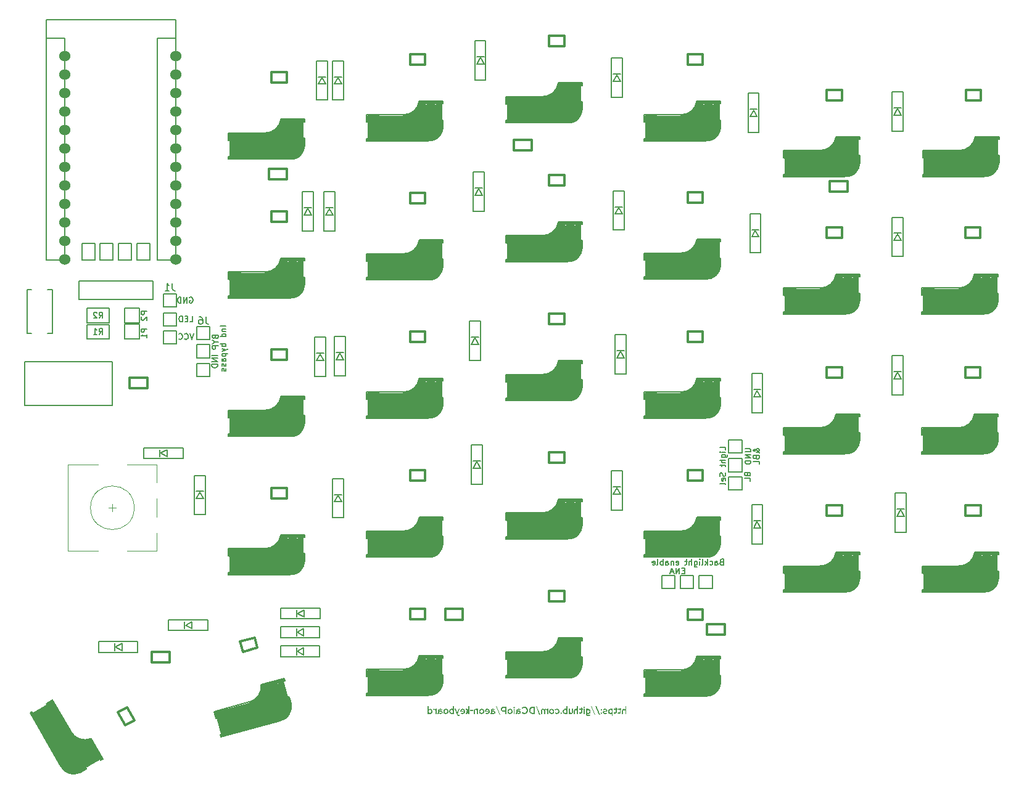
<source format=gbo>
G04 #@! TF.GenerationSoftware,KiCad,Pcbnew,9.0.0*
G04 #@! TF.CreationDate,2025-03-10T13:11:58-03:00*
G04 #@! TF.ProjectId,aeon-keyboard,61656f6e-2d6b-4657-9962-6f6172642e6b,v1*
G04 #@! TF.SameCoordinates,Original*
G04 #@! TF.FileFunction,Legend,Bot*
G04 #@! TF.FilePolarity,Positive*
%FSLAX46Y46*%
G04 Gerber Fmt 4.6, Leading zero omitted, Abs format (unit mm)*
G04 Created by KiCad (PCBNEW 9.0.0) date 2025-03-10 13:11:58*
%MOMM*%
%LPD*%
G01*
G04 APERTURE LIST*
%ADD10C,0.150000*%
%ADD11C,0.400000*%
%ADD12C,0.500000*%
%ADD13C,1.000000*%
%ADD14C,3.500000*%
%ADD15C,0.300000*%
%ADD16C,3.000000*%
%ADD17C,0.800000*%
%ADD18C,0.120000*%
%ADD19C,1.524000*%
G04 APERTURE END LIST*
D10*
X114093247Y-81044285D02*
X114131342Y-81158571D01*
X114131342Y-81158571D02*
X114169438Y-81196666D01*
X114169438Y-81196666D02*
X114245628Y-81234762D01*
X114245628Y-81234762D02*
X114359914Y-81234762D01*
X114359914Y-81234762D02*
X114436104Y-81196666D01*
X114436104Y-81196666D02*
X114474200Y-81158571D01*
X114474200Y-81158571D02*
X114512295Y-81082381D01*
X114512295Y-81082381D02*
X114512295Y-80777619D01*
X114512295Y-80777619D02*
X113712295Y-80777619D01*
X113712295Y-80777619D02*
X113712295Y-81044285D01*
X113712295Y-81044285D02*
X113750390Y-81120476D01*
X113750390Y-81120476D02*
X113788485Y-81158571D01*
X113788485Y-81158571D02*
X113864676Y-81196666D01*
X113864676Y-81196666D02*
X113940866Y-81196666D01*
X113940866Y-81196666D02*
X114017057Y-81158571D01*
X114017057Y-81158571D02*
X114055152Y-81120476D01*
X114055152Y-81120476D02*
X114093247Y-81044285D01*
X114093247Y-81044285D02*
X114093247Y-80777619D01*
X114131342Y-81730000D02*
X114512295Y-81730000D01*
X113712295Y-81463333D02*
X114131342Y-81730000D01*
X114131342Y-81730000D02*
X113712295Y-81996666D01*
X114512295Y-82263333D02*
X113712295Y-82263333D01*
X113712295Y-82263333D02*
X113712295Y-82568095D01*
X113712295Y-82568095D02*
X113750390Y-82644285D01*
X113750390Y-82644285D02*
X113788485Y-82682380D01*
X113788485Y-82682380D02*
X113864676Y-82720476D01*
X113864676Y-82720476D02*
X113978961Y-82720476D01*
X113978961Y-82720476D02*
X114055152Y-82682380D01*
X114055152Y-82682380D02*
X114093247Y-82644285D01*
X114093247Y-82644285D02*
X114131342Y-82568095D01*
X114131342Y-82568095D02*
X114131342Y-82263333D01*
X114432295Y-83580953D02*
X113632295Y-83580953D01*
X114432295Y-83961905D02*
X113632295Y-83961905D01*
X113632295Y-83961905D02*
X114432295Y-84419048D01*
X114432295Y-84419048D02*
X113632295Y-84419048D01*
X114432295Y-84800000D02*
X113632295Y-84800000D01*
X113632295Y-84800000D02*
X113632295Y-84990476D01*
X113632295Y-84990476D02*
X113670390Y-85104762D01*
X113670390Y-85104762D02*
X113746580Y-85180952D01*
X113746580Y-85180952D02*
X113822771Y-85219047D01*
X113822771Y-85219047D02*
X113975152Y-85257143D01*
X113975152Y-85257143D02*
X114089438Y-85257143D01*
X114089438Y-85257143D02*
X114241819Y-85219047D01*
X114241819Y-85219047D02*
X114318009Y-85180952D01*
X114318009Y-85180952D02*
X114394200Y-85104762D01*
X114394200Y-85104762D02*
X114432295Y-84990476D01*
X114432295Y-84990476D02*
X114432295Y-84800000D01*
X178533332Y-113143247D02*
X178266666Y-113143247D01*
X178152380Y-113562295D02*
X178533332Y-113562295D01*
X178533332Y-113562295D02*
X178533332Y-112762295D01*
X178533332Y-112762295D02*
X178152380Y-112762295D01*
X177809522Y-113562295D02*
X177809522Y-112762295D01*
X177809522Y-112762295D02*
X177352379Y-113562295D01*
X177352379Y-113562295D02*
X177352379Y-112762295D01*
X177009523Y-113333723D02*
X176628570Y-113333723D01*
X177085713Y-113562295D02*
X176819046Y-112762295D01*
X176819046Y-112762295D02*
X176552380Y-113562295D01*
X183609525Y-111943247D02*
X183495239Y-111981342D01*
X183495239Y-111981342D02*
X183457144Y-112019438D01*
X183457144Y-112019438D02*
X183419048Y-112095628D01*
X183419048Y-112095628D02*
X183419048Y-112209914D01*
X183419048Y-112209914D02*
X183457144Y-112286104D01*
X183457144Y-112286104D02*
X183495239Y-112324200D01*
X183495239Y-112324200D02*
X183571429Y-112362295D01*
X183571429Y-112362295D02*
X183876191Y-112362295D01*
X183876191Y-112362295D02*
X183876191Y-111562295D01*
X183876191Y-111562295D02*
X183609525Y-111562295D01*
X183609525Y-111562295D02*
X183533334Y-111600390D01*
X183533334Y-111600390D02*
X183495239Y-111638485D01*
X183495239Y-111638485D02*
X183457144Y-111714676D01*
X183457144Y-111714676D02*
X183457144Y-111790866D01*
X183457144Y-111790866D02*
X183495239Y-111867057D01*
X183495239Y-111867057D02*
X183533334Y-111905152D01*
X183533334Y-111905152D02*
X183609525Y-111943247D01*
X183609525Y-111943247D02*
X183876191Y-111943247D01*
X182733334Y-112362295D02*
X182733334Y-111943247D01*
X182733334Y-111943247D02*
X182771429Y-111867057D01*
X182771429Y-111867057D02*
X182847620Y-111828961D01*
X182847620Y-111828961D02*
X183000001Y-111828961D01*
X183000001Y-111828961D02*
X183076191Y-111867057D01*
X182733334Y-112324200D02*
X182809525Y-112362295D01*
X182809525Y-112362295D02*
X183000001Y-112362295D01*
X183000001Y-112362295D02*
X183076191Y-112324200D01*
X183076191Y-112324200D02*
X183114287Y-112248009D01*
X183114287Y-112248009D02*
X183114287Y-112171819D01*
X183114287Y-112171819D02*
X183076191Y-112095628D01*
X183076191Y-112095628D02*
X183000001Y-112057533D01*
X183000001Y-112057533D02*
X182809525Y-112057533D01*
X182809525Y-112057533D02*
X182733334Y-112019438D01*
X182009524Y-112324200D02*
X182085715Y-112362295D01*
X182085715Y-112362295D02*
X182238096Y-112362295D01*
X182238096Y-112362295D02*
X182314286Y-112324200D01*
X182314286Y-112324200D02*
X182352381Y-112286104D01*
X182352381Y-112286104D02*
X182390477Y-112209914D01*
X182390477Y-112209914D02*
X182390477Y-111981342D01*
X182390477Y-111981342D02*
X182352381Y-111905152D01*
X182352381Y-111905152D02*
X182314286Y-111867057D01*
X182314286Y-111867057D02*
X182238096Y-111828961D01*
X182238096Y-111828961D02*
X182085715Y-111828961D01*
X182085715Y-111828961D02*
X182009524Y-111867057D01*
X181666667Y-112362295D02*
X181666667Y-111562295D01*
X181590477Y-112057533D02*
X181361905Y-112362295D01*
X181361905Y-111828961D02*
X181666667Y-112133723D01*
X180904763Y-112362295D02*
X180980953Y-112324200D01*
X180980953Y-112324200D02*
X181019048Y-112248009D01*
X181019048Y-112248009D02*
X181019048Y-111562295D01*
X180600000Y-112362295D02*
X180600000Y-111828961D01*
X180600000Y-111562295D02*
X180638096Y-111600390D01*
X180638096Y-111600390D02*
X180600000Y-111638485D01*
X180600000Y-111638485D02*
X180561905Y-111600390D01*
X180561905Y-111600390D02*
X180600000Y-111562295D01*
X180600000Y-111562295D02*
X180600000Y-111638485D01*
X179876191Y-111828961D02*
X179876191Y-112476580D01*
X179876191Y-112476580D02*
X179914286Y-112552771D01*
X179914286Y-112552771D02*
X179952382Y-112590866D01*
X179952382Y-112590866D02*
X180028572Y-112628961D01*
X180028572Y-112628961D02*
X180142858Y-112628961D01*
X180142858Y-112628961D02*
X180219048Y-112590866D01*
X179876191Y-112324200D02*
X179952382Y-112362295D01*
X179952382Y-112362295D02*
X180104763Y-112362295D01*
X180104763Y-112362295D02*
X180180953Y-112324200D01*
X180180953Y-112324200D02*
X180219048Y-112286104D01*
X180219048Y-112286104D02*
X180257144Y-112209914D01*
X180257144Y-112209914D02*
X180257144Y-111981342D01*
X180257144Y-111981342D02*
X180219048Y-111905152D01*
X180219048Y-111905152D02*
X180180953Y-111867057D01*
X180180953Y-111867057D02*
X180104763Y-111828961D01*
X180104763Y-111828961D02*
X179952382Y-111828961D01*
X179952382Y-111828961D02*
X179876191Y-111867057D01*
X179495238Y-112362295D02*
X179495238Y-111562295D01*
X179152381Y-112362295D02*
X179152381Y-111943247D01*
X179152381Y-111943247D02*
X179190476Y-111867057D01*
X179190476Y-111867057D02*
X179266667Y-111828961D01*
X179266667Y-111828961D02*
X179380953Y-111828961D01*
X179380953Y-111828961D02*
X179457143Y-111867057D01*
X179457143Y-111867057D02*
X179495238Y-111905152D01*
X178885714Y-111828961D02*
X178580952Y-111828961D01*
X178771428Y-111562295D02*
X178771428Y-112248009D01*
X178771428Y-112248009D02*
X178733333Y-112324200D01*
X178733333Y-112324200D02*
X178657143Y-112362295D01*
X178657143Y-112362295D02*
X178580952Y-112362295D01*
X177399999Y-112324200D02*
X177476190Y-112362295D01*
X177476190Y-112362295D02*
X177628571Y-112362295D01*
X177628571Y-112362295D02*
X177704761Y-112324200D01*
X177704761Y-112324200D02*
X177742857Y-112248009D01*
X177742857Y-112248009D02*
X177742857Y-111943247D01*
X177742857Y-111943247D02*
X177704761Y-111867057D01*
X177704761Y-111867057D02*
X177628571Y-111828961D01*
X177628571Y-111828961D02*
X177476190Y-111828961D01*
X177476190Y-111828961D02*
X177399999Y-111867057D01*
X177399999Y-111867057D02*
X177361904Y-111943247D01*
X177361904Y-111943247D02*
X177361904Y-112019438D01*
X177361904Y-112019438D02*
X177742857Y-112095628D01*
X177019047Y-111828961D02*
X177019047Y-112362295D01*
X177019047Y-111905152D02*
X176980952Y-111867057D01*
X176980952Y-111867057D02*
X176904762Y-111828961D01*
X176904762Y-111828961D02*
X176790476Y-111828961D01*
X176790476Y-111828961D02*
X176714285Y-111867057D01*
X176714285Y-111867057D02*
X176676190Y-111943247D01*
X176676190Y-111943247D02*
X176676190Y-112362295D01*
X175952380Y-112362295D02*
X175952380Y-111943247D01*
X175952380Y-111943247D02*
X175990475Y-111867057D01*
X175990475Y-111867057D02*
X176066666Y-111828961D01*
X176066666Y-111828961D02*
X176219047Y-111828961D01*
X176219047Y-111828961D02*
X176295237Y-111867057D01*
X175952380Y-112324200D02*
X176028571Y-112362295D01*
X176028571Y-112362295D02*
X176219047Y-112362295D01*
X176219047Y-112362295D02*
X176295237Y-112324200D01*
X176295237Y-112324200D02*
X176333333Y-112248009D01*
X176333333Y-112248009D02*
X176333333Y-112171819D01*
X176333333Y-112171819D02*
X176295237Y-112095628D01*
X176295237Y-112095628D02*
X176219047Y-112057533D01*
X176219047Y-112057533D02*
X176028571Y-112057533D01*
X176028571Y-112057533D02*
X175952380Y-112019438D01*
X175571427Y-112362295D02*
X175571427Y-111562295D01*
X175571427Y-111867057D02*
X175495237Y-111828961D01*
X175495237Y-111828961D02*
X175342856Y-111828961D01*
X175342856Y-111828961D02*
X175266665Y-111867057D01*
X175266665Y-111867057D02*
X175228570Y-111905152D01*
X175228570Y-111905152D02*
X175190475Y-111981342D01*
X175190475Y-111981342D02*
X175190475Y-112209914D01*
X175190475Y-112209914D02*
X175228570Y-112286104D01*
X175228570Y-112286104D02*
X175266665Y-112324200D01*
X175266665Y-112324200D02*
X175342856Y-112362295D01*
X175342856Y-112362295D02*
X175495237Y-112362295D01*
X175495237Y-112362295D02*
X175571427Y-112324200D01*
X174733332Y-112362295D02*
X174809522Y-112324200D01*
X174809522Y-112324200D02*
X174847617Y-112248009D01*
X174847617Y-112248009D02*
X174847617Y-111562295D01*
X174123807Y-112324200D02*
X174199998Y-112362295D01*
X174199998Y-112362295D02*
X174352379Y-112362295D01*
X174352379Y-112362295D02*
X174428569Y-112324200D01*
X174428569Y-112324200D02*
X174466665Y-112248009D01*
X174466665Y-112248009D02*
X174466665Y-111943247D01*
X174466665Y-111943247D02*
X174428569Y-111867057D01*
X174428569Y-111867057D02*
X174352379Y-111828961D01*
X174352379Y-111828961D02*
X174199998Y-111828961D01*
X174199998Y-111828961D02*
X174123807Y-111867057D01*
X174123807Y-111867057D02*
X174085712Y-111943247D01*
X174085712Y-111943247D02*
X174085712Y-112019438D01*
X174085712Y-112019438D02*
X174466665Y-112095628D01*
X186832295Y-96372381D02*
X187479914Y-96372381D01*
X187479914Y-96372381D02*
X187556104Y-96410476D01*
X187556104Y-96410476D02*
X187594200Y-96448571D01*
X187594200Y-96448571D02*
X187632295Y-96524762D01*
X187632295Y-96524762D02*
X187632295Y-96677143D01*
X187632295Y-96677143D02*
X187594200Y-96753333D01*
X187594200Y-96753333D02*
X187556104Y-96791428D01*
X187556104Y-96791428D02*
X187479914Y-96829524D01*
X187479914Y-96829524D02*
X186832295Y-96829524D01*
X187632295Y-97210476D02*
X186832295Y-97210476D01*
X186832295Y-97210476D02*
X187632295Y-97667619D01*
X187632295Y-97667619D02*
X186832295Y-97667619D01*
X187632295Y-98048571D02*
X186832295Y-98048571D01*
X186832295Y-98048571D02*
X186832295Y-98239047D01*
X186832295Y-98239047D02*
X186870390Y-98353333D01*
X186870390Y-98353333D02*
X186946580Y-98429523D01*
X186946580Y-98429523D02*
X187022771Y-98467618D01*
X187022771Y-98467618D02*
X187175152Y-98505714D01*
X187175152Y-98505714D02*
X187289438Y-98505714D01*
X187289438Y-98505714D02*
X187441819Y-98467618D01*
X187441819Y-98467618D02*
X187518009Y-98429523D01*
X187518009Y-98429523D02*
X187594200Y-98353333D01*
X187594200Y-98353333D02*
X187632295Y-98239047D01*
X187632295Y-98239047D02*
X187632295Y-98048571D01*
X187153247Y-99903333D02*
X187191342Y-100017619D01*
X187191342Y-100017619D02*
X187229438Y-100055714D01*
X187229438Y-100055714D02*
X187305628Y-100093810D01*
X187305628Y-100093810D02*
X187419914Y-100093810D01*
X187419914Y-100093810D02*
X187496104Y-100055714D01*
X187496104Y-100055714D02*
X187534200Y-100017619D01*
X187534200Y-100017619D02*
X187572295Y-99941429D01*
X187572295Y-99941429D02*
X187572295Y-99636667D01*
X187572295Y-99636667D02*
X186772295Y-99636667D01*
X186772295Y-99636667D02*
X186772295Y-99903333D01*
X186772295Y-99903333D02*
X186810390Y-99979524D01*
X186810390Y-99979524D02*
X186848485Y-100017619D01*
X186848485Y-100017619D02*
X186924676Y-100055714D01*
X186924676Y-100055714D02*
X187000866Y-100055714D01*
X187000866Y-100055714D02*
X187077057Y-100017619D01*
X187077057Y-100017619D02*
X187115152Y-99979524D01*
X187115152Y-99979524D02*
X187153247Y-99903333D01*
X187153247Y-99903333D02*
X187153247Y-99636667D01*
X187572295Y-100817619D02*
X187572295Y-100436667D01*
X187572295Y-100436667D02*
X186772295Y-100436667D01*
X184152295Y-96566666D02*
X184152295Y-96185714D01*
X184152295Y-96185714D02*
X183352295Y-96185714D01*
X184152295Y-96833333D02*
X183618961Y-96833333D01*
X183352295Y-96833333D02*
X183390390Y-96795237D01*
X183390390Y-96795237D02*
X183428485Y-96833333D01*
X183428485Y-96833333D02*
X183390390Y-96871428D01*
X183390390Y-96871428D02*
X183352295Y-96833333D01*
X183352295Y-96833333D02*
X183428485Y-96833333D01*
X183618961Y-97557142D02*
X184266580Y-97557142D01*
X184266580Y-97557142D02*
X184342771Y-97519047D01*
X184342771Y-97519047D02*
X184380866Y-97480951D01*
X184380866Y-97480951D02*
X184418961Y-97404761D01*
X184418961Y-97404761D02*
X184418961Y-97290475D01*
X184418961Y-97290475D02*
X184380866Y-97214285D01*
X184114200Y-97557142D02*
X184152295Y-97480951D01*
X184152295Y-97480951D02*
X184152295Y-97328570D01*
X184152295Y-97328570D02*
X184114200Y-97252380D01*
X184114200Y-97252380D02*
X184076104Y-97214285D01*
X184076104Y-97214285D02*
X183999914Y-97176189D01*
X183999914Y-97176189D02*
X183771342Y-97176189D01*
X183771342Y-97176189D02*
X183695152Y-97214285D01*
X183695152Y-97214285D02*
X183657057Y-97252380D01*
X183657057Y-97252380D02*
X183618961Y-97328570D01*
X183618961Y-97328570D02*
X183618961Y-97480951D01*
X183618961Y-97480951D02*
X183657057Y-97557142D01*
X184152295Y-97938095D02*
X183352295Y-97938095D01*
X184152295Y-98280952D02*
X183733247Y-98280952D01*
X183733247Y-98280952D02*
X183657057Y-98242857D01*
X183657057Y-98242857D02*
X183618961Y-98166666D01*
X183618961Y-98166666D02*
X183618961Y-98052380D01*
X183618961Y-98052380D02*
X183657057Y-97976190D01*
X183657057Y-97976190D02*
X183695152Y-97938095D01*
X183618961Y-98547619D02*
X183618961Y-98852381D01*
X183352295Y-98661905D02*
X184038009Y-98661905D01*
X184038009Y-98661905D02*
X184114200Y-98700000D01*
X184114200Y-98700000D02*
X184152295Y-98776190D01*
X184152295Y-98776190D02*
X184152295Y-98852381D01*
X184114200Y-99690476D02*
X184152295Y-99804762D01*
X184152295Y-99804762D02*
X184152295Y-99995238D01*
X184152295Y-99995238D02*
X184114200Y-100071429D01*
X184114200Y-100071429D02*
X184076104Y-100109524D01*
X184076104Y-100109524D02*
X183999914Y-100147619D01*
X183999914Y-100147619D02*
X183923723Y-100147619D01*
X183923723Y-100147619D02*
X183847533Y-100109524D01*
X183847533Y-100109524D02*
X183809438Y-100071429D01*
X183809438Y-100071429D02*
X183771342Y-99995238D01*
X183771342Y-99995238D02*
X183733247Y-99842857D01*
X183733247Y-99842857D02*
X183695152Y-99766667D01*
X183695152Y-99766667D02*
X183657057Y-99728572D01*
X183657057Y-99728572D02*
X183580866Y-99690476D01*
X183580866Y-99690476D02*
X183504676Y-99690476D01*
X183504676Y-99690476D02*
X183428485Y-99728572D01*
X183428485Y-99728572D02*
X183390390Y-99766667D01*
X183390390Y-99766667D02*
X183352295Y-99842857D01*
X183352295Y-99842857D02*
X183352295Y-100033334D01*
X183352295Y-100033334D02*
X183390390Y-100147619D01*
X184114200Y-100795239D02*
X184152295Y-100719048D01*
X184152295Y-100719048D02*
X184152295Y-100566667D01*
X184152295Y-100566667D02*
X184114200Y-100490477D01*
X184114200Y-100490477D02*
X184038009Y-100452381D01*
X184038009Y-100452381D02*
X183733247Y-100452381D01*
X183733247Y-100452381D02*
X183657057Y-100490477D01*
X183657057Y-100490477D02*
X183618961Y-100566667D01*
X183618961Y-100566667D02*
X183618961Y-100719048D01*
X183618961Y-100719048D02*
X183657057Y-100795239D01*
X183657057Y-100795239D02*
X183733247Y-100833334D01*
X183733247Y-100833334D02*
X183809438Y-100833334D01*
X183809438Y-100833334D02*
X183885628Y-100452381D01*
X184152295Y-101290476D02*
X184114200Y-101214286D01*
X184114200Y-101214286D02*
X184038009Y-101176191D01*
X184038009Y-101176191D02*
X183352295Y-101176191D01*
X188772295Y-96989048D02*
X188772295Y-96950953D01*
X188772295Y-96950953D02*
X188734200Y-96874762D01*
X188734200Y-96874762D02*
X188619914Y-96760476D01*
X188619914Y-96760476D02*
X188391342Y-96570000D01*
X188391342Y-96570000D02*
X188277057Y-96493810D01*
X188277057Y-96493810D02*
X188162771Y-96455714D01*
X188162771Y-96455714D02*
X188086580Y-96455714D01*
X188086580Y-96455714D02*
X188010390Y-96493810D01*
X188010390Y-96493810D02*
X187972295Y-96570000D01*
X187972295Y-96570000D02*
X187972295Y-96608095D01*
X187972295Y-96608095D02*
X188010390Y-96684286D01*
X188010390Y-96684286D02*
X188086580Y-96722381D01*
X188086580Y-96722381D02*
X188124676Y-96722381D01*
X188124676Y-96722381D02*
X188200866Y-96684286D01*
X188200866Y-96684286D02*
X188238961Y-96646191D01*
X188238961Y-96646191D02*
X188391342Y-96417619D01*
X188391342Y-96417619D02*
X188429438Y-96379524D01*
X188429438Y-96379524D02*
X188505628Y-96341429D01*
X188505628Y-96341429D02*
X188619914Y-96341429D01*
X188619914Y-96341429D02*
X188696104Y-96379524D01*
X188696104Y-96379524D02*
X188734200Y-96417619D01*
X188734200Y-96417619D02*
X188772295Y-96493810D01*
X188772295Y-96493810D02*
X188772295Y-96608095D01*
X188772295Y-96608095D02*
X188734200Y-96684286D01*
X188734200Y-96684286D02*
X188696104Y-96722381D01*
X188696104Y-96722381D02*
X188543723Y-96836667D01*
X188543723Y-96836667D02*
X188429438Y-96874762D01*
X188429438Y-96874762D02*
X188353247Y-96874762D01*
X188353247Y-97598571D02*
X188391342Y-97712857D01*
X188391342Y-97712857D02*
X188429438Y-97750952D01*
X188429438Y-97750952D02*
X188505628Y-97789048D01*
X188505628Y-97789048D02*
X188619914Y-97789048D01*
X188619914Y-97789048D02*
X188696104Y-97750952D01*
X188696104Y-97750952D02*
X188734200Y-97712857D01*
X188734200Y-97712857D02*
X188772295Y-97636667D01*
X188772295Y-97636667D02*
X188772295Y-97331905D01*
X188772295Y-97331905D02*
X187972295Y-97331905D01*
X187972295Y-97331905D02*
X187972295Y-97598571D01*
X187972295Y-97598571D02*
X188010390Y-97674762D01*
X188010390Y-97674762D02*
X188048485Y-97712857D01*
X188048485Y-97712857D02*
X188124676Y-97750952D01*
X188124676Y-97750952D02*
X188200866Y-97750952D01*
X188200866Y-97750952D02*
X188277057Y-97712857D01*
X188277057Y-97712857D02*
X188315152Y-97674762D01*
X188315152Y-97674762D02*
X188353247Y-97598571D01*
X188353247Y-97598571D02*
X188353247Y-97331905D01*
X188772295Y-98512857D02*
X188772295Y-98131905D01*
X188772295Y-98131905D02*
X187972295Y-98131905D01*
X115562295Y-79533332D02*
X114762295Y-79533332D01*
X115028961Y-79914284D02*
X115562295Y-79914284D01*
X115105152Y-79914284D02*
X115067057Y-79952379D01*
X115067057Y-79952379D02*
X115028961Y-80028569D01*
X115028961Y-80028569D02*
X115028961Y-80142855D01*
X115028961Y-80142855D02*
X115067057Y-80219046D01*
X115067057Y-80219046D02*
X115143247Y-80257141D01*
X115143247Y-80257141D02*
X115562295Y-80257141D01*
X115562295Y-80980951D02*
X114762295Y-80980951D01*
X115524200Y-80980951D02*
X115562295Y-80904760D01*
X115562295Y-80904760D02*
X115562295Y-80752379D01*
X115562295Y-80752379D02*
X115524200Y-80676189D01*
X115524200Y-80676189D02*
X115486104Y-80638094D01*
X115486104Y-80638094D02*
X115409914Y-80599998D01*
X115409914Y-80599998D02*
X115181342Y-80599998D01*
X115181342Y-80599998D02*
X115105152Y-80638094D01*
X115105152Y-80638094D02*
X115067057Y-80676189D01*
X115067057Y-80676189D02*
X115028961Y-80752379D01*
X115028961Y-80752379D02*
X115028961Y-80904760D01*
X115028961Y-80904760D02*
X115067057Y-80980951D01*
X115562295Y-81971428D02*
X114762295Y-81971428D01*
X115067057Y-81971428D02*
X115028961Y-82047618D01*
X115028961Y-82047618D02*
X115028961Y-82199999D01*
X115028961Y-82199999D02*
X115067057Y-82276190D01*
X115067057Y-82276190D02*
X115105152Y-82314285D01*
X115105152Y-82314285D02*
X115181342Y-82352380D01*
X115181342Y-82352380D02*
X115409914Y-82352380D01*
X115409914Y-82352380D02*
X115486104Y-82314285D01*
X115486104Y-82314285D02*
X115524200Y-82276190D01*
X115524200Y-82276190D02*
X115562295Y-82199999D01*
X115562295Y-82199999D02*
X115562295Y-82047618D01*
X115562295Y-82047618D02*
X115524200Y-81971428D01*
X115028961Y-82619047D02*
X115562295Y-82809523D01*
X115028961Y-83000000D02*
X115562295Y-82809523D01*
X115562295Y-82809523D02*
X115752771Y-82733333D01*
X115752771Y-82733333D02*
X115790866Y-82695238D01*
X115790866Y-82695238D02*
X115828961Y-82619047D01*
X115028961Y-83304762D02*
X115828961Y-83304762D01*
X115067057Y-83304762D02*
X115028961Y-83380952D01*
X115028961Y-83380952D02*
X115028961Y-83533333D01*
X115028961Y-83533333D02*
X115067057Y-83609524D01*
X115067057Y-83609524D02*
X115105152Y-83647619D01*
X115105152Y-83647619D02*
X115181342Y-83685714D01*
X115181342Y-83685714D02*
X115409914Y-83685714D01*
X115409914Y-83685714D02*
X115486104Y-83647619D01*
X115486104Y-83647619D02*
X115524200Y-83609524D01*
X115524200Y-83609524D02*
X115562295Y-83533333D01*
X115562295Y-83533333D02*
X115562295Y-83380952D01*
X115562295Y-83380952D02*
X115524200Y-83304762D01*
X115562295Y-84371429D02*
X115143247Y-84371429D01*
X115143247Y-84371429D02*
X115067057Y-84333334D01*
X115067057Y-84333334D02*
X115028961Y-84257143D01*
X115028961Y-84257143D02*
X115028961Y-84104762D01*
X115028961Y-84104762D02*
X115067057Y-84028572D01*
X115524200Y-84371429D02*
X115562295Y-84295238D01*
X115562295Y-84295238D02*
X115562295Y-84104762D01*
X115562295Y-84104762D02*
X115524200Y-84028572D01*
X115524200Y-84028572D02*
X115448009Y-83990476D01*
X115448009Y-83990476D02*
X115371819Y-83990476D01*
X115371819Y-83990476D02*
X115295628Y-84028572D01*
X115295628Y-84028572D02*
X115257533Y-84104762D01*
X115257533Y-84104762D02*
X115257533Y-84295238D01*
X115257533Y-84295238D02*
X115219438Y-84371429D01*
X115524200Y-84714286D02*
X115562295Y-84790477D01*
X115562295Y-84790477D02*
X115562295Y-84942858D01*
X115562295Y-84942858D02*
X115524200Y-85019048D01*
X115524200Y-85019048D02*
X115448009Y-85057144D01*
X115448009Y-85057144D02*
X115409914Y-85057144D01*
X115409914Y-85057144D02*
X115333723Y-85019048D01*
X115333723Y-85019048D02*
X115295628Y-84942858D01*
X115295628Y-84942858D02*
X115295628Y-84828572D01*
X115295628Y-84828572D02*
X115257533Y-84752382D01*
X115257533Y-84752382D02*
X115181342Y-84714286D01*
X115181342Y-84714286D02*
X115143247Y-84714286D01*
X115143247Y-84714286D02*
X115067057Y-84752382D01*
X115067057Y-84752382D02*
X115028961Y-84828572D01*
X115028961Y-84828572D02*
X115028961Y-84942858D01*
X115028961Y-84942858D02*
X115067057Y-85019048D01*
X115524200Y-85361905D02*
X115562295Y-85438096D01*
X115562295Y-85438096D02*
X115562295Y-85590477D01*
X115562295Y-85590477D02*
X115524200Y-85666667D01*
X115524200Y-85666667D02*
X115448009Y-85704763D01*
X115448009Y-85704763D02*
X115409914Y-85704763D01*
X115409914Y-85704763D02*
X115333723Y-85666667D01*
X115333723Y-85666667D02*
X115295628Y-85590477D01*
X115295628Y-85590477D02*
X115295628Y-85476191D01*
X115295628Y-85476191D02*
X115257533Y-85400001D01*
X115257533Y-85400001D02*
X115181342Y-85361905D01*
X115181342Y-85361905D02*
X115143247Y-85361905D01*
X115143247Y-85361905D02*
X115067057Y-85400001D01*
X115067057Y-85400001D02*
X115028961Y-85476191D01*
X115028961Y-85476191D02*
X115028961Y-85590477D01*
X115028961Y-85590477D02*
X115067057Y-85666667D01*
G36*
X170392222Y-132219437D02*
G01*
X170358384Y-132186151D01*
X170314614Y-132153003D01*
X170282041Y-132135812D01*
X170244839Y-132125201D01*
X170201957Y-132121496D01*
X170149232Y-132126198D01*
X170103405Y-132139692D01*
X170062077Y-132161467D01*
X170027140Y-132189945D01*
X169998764Y-132224850D01*
X169977498Y-132266088D01*
X169964450Y-132311471D01*
X169959974Y-132361770D01*
X169959974Y-132817100D01*
X170119464Y-132817100D01*
X170119464Y-132391262D01*
X170123677Y-132349985D01*
X170138332Y-132313532D01*
X170150866Y-132299209D01*
X170168435Y-132287642D01*
X170189669Y-132280493D01*
X170218749Y-132277811D01*
X170241141Y-132280014D01*
X170264972Y-132286909D01*
X170311134Y-132310723D01*
X170354487Y-132342963D01*
X170392222Y-132377279D01*
X170392222Y-132817100D01*
X170551713Y-132817100D01*
X170551713Y-131742431D01*
X170392222Y-131742431D01*
X170392222Y-132219437D01*
G37*
G36*
X169359869Y-132702611D02*
G01*
X169414037Y-132754596D01*
X169461291Y-132788523D01*
X169510533Y-132810195D01*
X169558499Y-132817100D01*
X169594242Y-132814456D01*
X169627803Y-132806658D01*
X169659965Y-132792239D01*
X169695642Y-132767030D01*
X169730204Y-132729714D01*
X169759267Y-132676599D01*
X169777790Y-132617716D01*
X169783752Y-132561072D01*
X169783752Y-132266088D01*
X169877481Y-132266088D01*
X169877481Y-132133220D01*
X169783752Y-132133220D01*
X169783752Y-131999069D01*
X169627071Y-131922194D01*
X169627071Y-132133220D01*
X169403222Y-132133220D01*
X169403222Y-132266088D01*
X169627071Y-132266088D01*
X169627071Y-132530664D01*
X169622659Y-132571926D01*
X169610363Y-132604735D01*
X169590678Y-132630986D01*
X169565180Y-132644124D01*
X169527725Y-132649060D01*
X169508857Y-132646252D01*
X169480158Y-132636299D01*
X169448712Y-132617858D01*
X169418609Y-132590931D01*
X169359869Y-132702611D01*
G37*
G36*
X168796156Y-132702611D02*
G01*
X168850325Y-132754596D01*
X168897578Y-132788523D01*
X168946820Y-132810195D01*
X168994787Y-132817100D01*
X169030529Y-132814456D01*
X169064091Y-132806658D01*
X169096253Y-132792239D01*
X169131929Y-132767030D01*
X169166491Y-132729714D01*
X169195555Y-132676599D01*
X169214077Y-132617716D01*
X169220040Y-132561072D01*
X169220040Y-132266088D01*
X169313768Y-132266088D01*
X169313768Y-132133220D01*
X169220040Y-132133220D01*
X169220040Y-131999069D01*
X169063358Y-131922194D01*
X169063358Y-132133220D01*
X168839510Y-132133220D01*
X168839510Y-132266088D01*
X169063358Y-132266088D01*
X169063358Y-132530664D01*
X169058947Y-132571926D01*
X169046651Y-132604735D01*
X169026966Y-132630986D01*
X169001468Y-132644124D01*
X168964012Y-132649060D01*
X168945145Y-132646252D01*
X168916446Y-132636299D01*
X168885000Y-132617858D01*
X168854897Y-132590931D01*
X168796156Y-132702611D01*
G37*
G36*
X168402510Y-132121995D02*
G01*
X168446462Y-132135418D01*
X168487947Y-132156588D01*
X168526207Y-132184755D01*
X168526207Y-132133220D01*
X168685698Y-132133220D01*
X168685698Y-133086744D01*
X168526207Y-133086744D01*
X168526207Y-132750665D01*
X168484161Y-132783021D01*
X168440905Y-132807574D01*
X168395717Y-132823687D01*
X168352734Y-132828823D01*
X168294937Y-132822905D01*
X168238061Y-132804948D01*
X168185478Y-132775587D01*
X168138716Y-132734668D01*
X168100321Y-132683804D01*
X168069473Y-132620118D01*
X168050376Y-132548744D01*
X168044365Y-132473206D01*
X168203074Y-132473206D01*
X168206107Y-132513907D01*
X168214981Y-132551363D01*
X168229537Y-132585865D01*
X168248564Y-132614439D01*
X168272604Y-132638193D01*
X168301748Y-132656754D01*
X168334468Y-132668501D01*
X168370930Y-132672508D01*
X168414650Y-132667358D01*
X168456964Y-132651747D01*
X168494984Y-132627112D01*
X168526207Y-132595083D01*
X168526207Y-132355603D01*
X168494941Y-132322134D01*
X168456964Y-132296130D01*
X168414572Y-132279397D01*
X168370930Y-132273903D01*
X168334471Y-132277925D01*
X168301748Y-132289718D01*
X168272659Y-132308373D01*
X168248564Y-132332705D01*
X168229502Y-132361890D01*
X168214981Y-132396513D01*
X168206081Y-132433780D01*
X168203074Y-132473206D01*
X168044365Y-132473206D01*
X168043583Y-132463375D01*
X168050420Y-132388460D01*
X168070206Y-132322141D01*
X168101526Y-132262143D01*
X168140853Y-132212476D01*
X168188199Y-132171956D01*
X168241542Y-132142195D01*
X168299266Y-132123700D01*
X168358351Y-132117588D01*
X168402510Y-132121995D01*
G37*
G36*
X167630996Y-132828823D02*
G01*
X167710070Y-132823999D01*
X167779312Y-132808795D01*
X167845807Y-132781196D01*
X167916394Y-132739003D01*
X167861866Y-132613706D01*
X167800890Y-132650125D01*
X167750675Y-132673179D01*
X167698027Y-132686989D01*
X167630996Y-132692047D01*
X167593260Y-132689238D01*
X167542885Y-132677881D01*
X167519083Y-132667442D01*
X167498861Y-132653701D01*
X167484716Y-132635693D01*
X167479932Y-132612485D01*
X167484314Y-132593478D01*
X167497456Y-132579085D01*
X167516125Y-132568601D01*
X167538733Y-132560645D01*
X167586299Y-132552829D01*
X167624035Y-132551363D01*
X167718435Y-132545746D01*
X167771102Y-132536398D01*
X167820589Y-132519795D01*
X167865178Y-132494490D01*
X167902411Y-132459406D01*
X167920365Y-132430932D01*
X167931833Y-132394880D01*
X167935994Y-132349191D01*
X167932163Y-132302394D01*
X167921450Y-132263858D01*
X167904548Y-132232016D01*
X167869130Y-132191261D01*
X167826879Y-132161124D01*
X167778925Y-132139993D01*
X167726190Y-132126747D01*
X167672507Y-132119770D01*
X167625439Y-132117588D01*
X167561417Y-132121081D01*
X167508362Y-132130776D01*
X167464544Y-132145737D01*
X167403778Y-132180679D01*
X167347003Y-132231527D01*
X167405804Y-132338017D01*
X167456313Y-132304186D01*
X167507959Y-132279277D01*
X167563028Y-132263679D01*
X167625439Y-132258272D01*
X167670930Y-132259676D01*
X167724052Y-132268042D01*
X167748187Y-132277660D01*
X167768138Y-132292344D01*
X167781548Y-132312384D01*
X167786334Y-132340276D01*
X167781358Y-132359962D01*
X167766062Y-132375081D01*
X167744515Y-132385836D01*
X167718496Y-132393827D01*
X167663908Y-132401459D01*
X167624035Y-132402864D01*
X167531040Y-132410618D01*
X167479884Y-132421907D01*
X167432365Y-132440111D01*
X167389783Y-132466590D01*
X167354025Y-132502698D01*
X167336682Y-132531454D01*
X167325754Y-132566519D01*
X167321846Y-132609493D01*
X167325831Y-132653425D01*
X167336999Y-132689474D01*
X167354757Y-132719219D01*
X167391161Y-132757006D01*
X167434503Y-132785959D01*
X167482898Y-132806624D01*
X167535192Y-132819664D01*
X167587740Y-132826691D01*
X167630996Y-132828823D01*
G37*
G36*
X167016908Y-132722089D02*
G01*
X167023712Y-132760429D01*
X167044202Y-132793957D01*
X167064079Y-132811292D01*
X167086395Y-132821450D01*
X167112041Y-132824915D01*
X167137687Y-132821450D01*
X167160003Y-132811292D01*
X167179879Y-132793957D01*
X167200370Y-132760429D01*
X167207173Y-132722089D01*
X167200228Y-132681398D01*
X167179879Y-132648083D01*
X167160051Y-132631156D01*
X167137733Y-132621200D01*
X167112041Y-132617797D01*
X167086348Y-132621200D01*
X167064030Y-132631156D01*
X167044202Y-132648083D01*
X167023854Y-132681398D01*
X167016908Y-132722089D01*
G37*
G36*
X167016908Y-132229695D02*
G01*
X167023712Y-132268035D01*
X167044202Y-132301564D01*
X167064079Y-132318898D01*
X167086395Y-132329057D01*
X167112041Y-132332522D01*
X167137687Y-132329057D01*
X167160003Y-132318898D01*
X167179879Y-132301564D01*
X167200370Y-132268035D01*
X167207173Y-132229695D01*
X167200228Y-132189004D01*
X167179879Y-132155690D01*
X167160051Y-132138763D01*
X167137733Y-132128807D01*
X167112041Y-132125404D01*
X167086348Y-132128807D01*
X167064030Y-132138763D01*
X167044202Y-132155690D01*
X167023854Y-132189004D01*
X167016908Y-132229695D01*
G37*
G36*
X166807287Y-132910889D02*
G01*
X166919211Y-132910889D01*
X166433779Y-131742431D01*
X166321854Y-131742431D01*
X166807287Y-132910889D01*
G37*
G36*
X166182025Y-132910889D02*
G01*
X166293949Y-132910889D01*
X165808517Y-131742431D01*
X165696593Y-131742431D01*
X166182025Y-132910889D01*
G37*
G36*
X165387690Y-132123715D02*
G01*
X165444839Y-132142195D01*
X165497322Y-132172121D01*
X165543513Y-132213209D01*
X165581323Y-132263973D01*
X165612023Y-132327759D01*
X165631147Y-132398912D01*
X165637913Y-132483036D01*
X165631045Y-132559088D01*
X165611352Y-132625003D01*
X165580039Y-132684387D01*
X165540705Y-132733935D01*
X165493308Y-132774457D01*
X165439954Y-132804216D01*
X165382230Y-132822711D01*
X165323145Y-132828823D01*
X165279013Y-132824530D01*
X165235706Y-132811543D01*
X165194829Y-132790774D01*
X165156633Y-132762450D01*
X165156633Y-132805254D01*
X165160819Y-132837909D01*
X165172753Y-132864605D01*
X165190977Y-132887618D01*
X165213969Y-132907408D01*
X165243781Y-132924080D01*
X165279059Y-132936351D01*
X165315835Y-132943712D01*
X165349707Y-132946060D01*
X165398068Y-132942596D01*
X165444839Y-132932260D01*
X165487542Y-132915302D01*
X165517563Y-132895013D01*
X165570746Y-133011456D01*
X165526459Y-133046492D01*
X165472133Y-133074593D01*
X165412676Y-133092463D01*
X165349707Y-133098467D01*
X165302209Y-133095693D01*
X165244804Y-133086560D01*
X165187570Y-133070044D01*
X165132819Y-133043940D01*
X165096316Y-133017762D01*
X165063761Y-132984893D01*
X165034939Y-132944594D01*
X165013569Y-132900172D01*
X165000349Y-132849769D01*
X164995738Y-132792126D01*
X164995738Y-132352489D01*
X165155228Y-132352489D01*
X165155228Y-132589648D01*
X165186457Y-132623160D01*
X165224471Y-132649671D01*
X165267086Y-132666829D01*
X165311910Y-132672508D01*
X165348331Y-132668497D01*
X165380481Y-132656815D01*
X165408969Y-132638233D01*
X165432932Y-132613951D01*
X165451967Y-132584850D01*
X165466516Y-132550386D01*
X165475389Y-132513051D01*
X165478423Y-132472473D01*
X165475415Y-132433178D01*
X165466516Y-132396086D01*
X165451961Y-132361580D01*
X165432932Y-132332522D01*
X165408962Y-132308203D01*
X165380481Y-132289657D01*
X165348327Y-132277929D01*
X165311910Y-132273903D01*
X165266974Y-132279092D01*
X165224471Y-132294664D01*
X165186550Y-132319447D01*
X165155228Y-132352489D01*
X164995738Y-132352489D01*
X164995738Y-132133220D01*
X165155228Y-132133220D01*
X165155228Y-132195746D01*
X165197169Y-132163346D01*
X165239858Y-132138837D01*
X165284600Y-132122784D01*
X165328702Y-132117588D01*
X165387690Y-132123715D01*
G37*
G36*
X164818234Y-132817100D02*
G01*
X164818234Y-132133220D01*
X164658744Y-132133220D01*
X164658744Y-132817100D01*
X164818234Y-132817100D01*
G37*
G36*
X164646165Y-131935871D02*
G01*
X164653181Y-131977315D01*
X164673459Y-132010060D01*
X164703819Y-132032134D01*
X164739893Y-132039430D01*
X164773725Y-132032293D01*
X164804251Y-132010060D01*
X164825049Y-131977262D01*
X164832217Y-131935871D01*
X164825047Y-131894491D01*
X164804251Y-131861744D01*
X164773721Y-131839462D01*
X164739893Y-131832312D01*
X164703824Y-131839622D01*
X164673459Y-131861744D01*
X164653183Y-131894437D01*
X164646165Y-131935871D01*
G37*
G36*
X164050029Y-132702611D02*
G01*
X164104198Y-132754596D01*
X164151451Y-132788523D01*
X164200693Y-132810195D01*
X164248660Y-132817100D01*
X164284402Y-132814456D01*
X164317964Y-132806658D01*
X164350126Y-132792239D01*
X164385802Y-132767030D01*
X164420364Y-132729714D01*
X164449428Y-132676599D01*
X164467950Y-132617716D01*
X164473913Y-132561072D01*
X164473913Y-132266088D01*
X164567641Y-132266088D01*
X164567641Y-132133220D01*
X164473913Y-132133220D01*
X164473913Y-131999069D01*
X164317231Y-131922194D01*
X164317231Y-132133220D01*
X164093382Y-132133220D01*
X164093382Y-132266088D01*
X164317231Y-132266088D01*
X164317231Y-132530664D01*
X164312820Y-132571926D01*
X164300524Y-132604735D01*
X164280839Y-132630986D01*
X164255341Y-132644124D01*
X164217885Y-132649060D01*
X164199018Y-132646252D01*
X164170319Y-132636299D01*
X164138873Y-132617858D01*
X164108770Y-132590931D01*
X164050029Y-132702611D01*
G37*
G36*
X163780080Y-132219437D02*
G01*
X163746241Y-132186151D01*
X163702472Y-132153003D01*
X163669899Y-132135812D01*
X163632696Y-132125201D01*
X163589815Y-132121496D01*
X163537090Y-132126198D01*
X163491263Y-132139692D01*
X163449934Y-132161467D01*
X163414998Y-132189945D01*
X163386621Y-132224850D01*
X163365356Y-132266088D01*
X163352308Y-132311471D01*
X163347831Y-132361770D01*
X163347831Y-132817100D01*
X163507322Y-132817100D01*
X163507322Y-132391262D01*
X163511535Y-132349985D01*
X163526190Y-132313532D01*
X163538724Y-132299209D01*
X163556292Y-132287642D01*
X163577527Y-132280493D01*
X163606607Y-132277811D01*
X163628999Y-132280014D01*
X163652829Y-132286909D01*
X163698991Y-132310723D01*
X163742344Y-132342963D01*
X163780080Y-132377279D01*
X163780080Y-132817100D01*
X163939571Y-132817100D01*
X163939571Y-131742431D01*
X163780080Y-131742431D01*
X163780080Y-132219437D01*
G37*
G36*
X162772884Y-132742972D02*
G01*
X162806289Y-132773272D01*
X162847744Y-132802018D01*
X162894662Y-132821903D01*
X162950570Y-132828823D01*
X163003598Y-132824185D01*
X163051320Y-132810688D01*
X163094526Y-132788775D01*
X163130333Y-132760374D01*
X163159574Y-132725484D01*
X163182112Y-132684292D01*
X163196207Y-132638978D01*
X163200980Y-132589954D01*
X163200980Y-132133220D01*
X163042894Y-132133220D01*
X163042894Y-132557958D01*
X163038009Y-132599845D01*
X163021950Y-132636909D01*
X163008726Y-132651173D01*
X162990443Y-132662738D01*
X162968577Y-132669863D01*
X162939396Y-132672508D01*
X162918487Y-132670468D01*
X162896715Y-132664142D01*
X162853362Y-132643199D01*
X162810680Y-132614561D01*
X162772884Y-132581710D01*
X162772884Y-132133220D01*
X162611989Y-132133220D01*
X162611989Y-132817100D01*
X162754687Y-132817100D01*
X162772884Y-132744376D01*
X162772884Y-132742972D01*
G37*
G36*
X162470206Y-132817100D02*
G01*
X162310715Y-132817100D01*
X162310715Y-132750665D01*
X162268669Y-132783021D01*
X162225413Y-132807574D01*
X162180225Y-132823687D01*
X162137242Y-132828823D01*
X162079445Y-132822905D01*
X162022570Y-132804948D01*
X161969986Y-132775587D01*
X161923224Y-132734668D01*
X161884829Y-132683804D01*
X161853981Y-132620118D01*
X161834884Y-132548744D01*
X161828873Y-132473206D01*
X161987582Y-132473206D01*
X161990615Y-132513907D01*
X161999489Y-132551363D01*
X162014045Y-132585865D01*
X162033072Y-132614439D01*
X162057112Y-132638193D01*
X162086256Y-132656754D01*
X162118976Y-132668501D01*
X162155438Y-132672508D01*
X162199158Y-132667358D01*
X162241472Y-132651747D01*
X162279492Y-132627112D01*
X162310715Y-132595083D01*
X162310715Y-132355603D01*
X162279449Y-132322134D01*
X162241472Y-132296130D01*
X162199080Y-132279397D01*
X162155438Y-132273903D01*
X162118979Y-132277925D01*
X162086256Y-132289718D01*
X162057167Y-132308373D01*
X162033072Y-132332705D01*
X162014010Y-132361890D01*
X161999489Y-132396513D01*
X161990589Y-132433780D01*
X161987582Y-132473206D01*
X161828873Y-132473206D01*
X161828091Y-132463375D01*
X161834928Y-132388460D01*
X161854714Y-132322141D01*
X161886034Y-132262143D01*
X161925361Y-132212476D01*
X161972707Y-132171956D01*
X162026050Y-132142195D01*
X162083774Y-132123700D01*
X162142859Y-132117588D01*
X162187018Y-132121995D01*
X162230970Y-132135418D01*
X162272455Y-132156588D01*
X162310715Y-132184755D01*
X162310715Y-131742431D01*
X162470206Y-131742431D01*
X162470206Y-132817100D01*
G37*
G36*
X161505080Y-132722089D02*
G01*
X161511884Y-132760429D01*
X161532374Y-132793957D01*
X161552251Y-132811292D01*
X161574567Y-132821450D01*
X161600213Y-132824915D01*
X161625858Y-132821450D01*
X161648174Y-132811292D01*
X161668051Y-132793957D01*
X161688541Y-132760429D01*
X161695345Y-132722089D01*
X161688399Y-132681398D01*
X161668051Y-132648083D01*
X161648223Y-132631156D01*
X161625905Y-132621200D01*
X161600213Y-132617797D01*
X161574520Y-132621200D01*
X161552202Y-132631156D01*
X161532374Y-132648083D01*
X161512026Y-132681398D01*
X161505080Y-132722089D01*
G37*
G36*
X160741210Y-132735767D02*
G01*
X160791088Y-132771508D01*
X160858752Y-132802445D01*
X160933503Y-132822096D01*
X161015434Y-132828823D01*
X161078956Y-132823245D01*
X161141341Y-132806414D01*
X161199700Y-132778537D01*
X161251861Y-132739736D01*
X161295703Y-132690845D01*
X161330935Y-132630315D01*
X161347215Y-132585885D01*
X161357408Y-132535480D01*
X161360977Y-132478090D01*
X161357383Y-132417886D01*
X161347164Y-132365438D01*
X161330935Y-132319638D01*
X161295604Y-132257183D01*
X161251861Y-132207408D01*
X161199648Y-132168041D01*
X161141341Y-132140058D01*
X161078954Y-132123181D01*
X161015434Y-132117588D01*
X160930910Y-132124031D01*
X160856974Y-132142484D01*
X160791858Y-132172221D01*
X160734189Y-132213331D01*
X160787372Y-132343879D01*
X160824666Y-132321569D01*
X160879696Y-132296984D01*
X160941297Y-132279967D01*
X161015434Y-132273903D01*
X161054620Y-132278033D01*
X161089562Y-132290084D01*
X161120794Y-132309144D01*
X161146959Y-132333682D01*
X161168090Y-132363099D01*
X161184694Y-132397735D01*
X161195147Y-132435172D01*
X161198677Y-132475098D01*
X161195118Y-132513412D01*
X161184694Y-132548249D01*
X161168153Y-132580092D01*
X161146959Y-132607356D01*
X161120869Y-132629727D01*
X161089562Y-132646740D01*
X161054729Y-132657179D01*
X161015434Y-132660784D01*
X160953656Y-132657387D01*
X160897221Y-132647534D01*
X160844077Y-132629795D01*
X160795738Y-132603448D01*
X160741210Y-132735767D01*
G37*
G36*
X160362558Y-132127077D02*
G01*
X160427725Y-132143905D01*
X160488713Y-132171745D01*
X160542458Y-132210278D01*
X160587250Y-132259543D01*
X160622936Y-132322141D01*
X160639225Y-132368247D01*
X160649415Y-132420333D01*
X160652978Y-132479373D01*
X160649411Y-132536514D01*
X160639221Y-132586739D01*
X160622936Y-132631048D01*
X160587431Y-132691232D01*
X160542458Y-132740041D01*
X160488715Y-132778588D01*
X160427725Y-132806475D01*
X160362560Y-132823256D01*
X160296261Y-132828823D01*
X160228768Y-132823378D01*
X160164065Y-132807147D01*
X160103794Y-132779828D01*
X160050736Y-132741445D01*
X160006360Y-132692568D01*
X159970991Y-132631719D01*
X159954652Y-132586973D01*
X159944450Y-132536510D01*
X159940888Y-132479373D01*
X159941267Y-132473328D01*
X160103187Y-132473328D01*
X160106777Y-132514035D01*
X160117170Y-132550203D01*
X160134089Y-132582836D01*
X160156371Y-132610226D01*
X160183855Y-132632562D01*
X160217187Y-132650037D01*
X160254200Y-132660922D01*
X160296200Y-132664692D01*
X160338254Y-132660920D01*
X160375274Y-132650037D01*
X160408567Y-132632427D01*
X160436151Y-132609554D01*
X160458420Y-132581567D01*
X160475291Y-132548799D01*
X160485714Y-132512812D01*
X160489274Y-132473328D01*
X160485700Y-132432582D01*
X160475291Y-132395842D01*
X160458374Y-132362465D01*
X160436151Y-132334415D01*
X160408587Y-132311345D01*
X160375274Y-132293199D01*
X160338217Y-132281764D01*
X160296200Y-132277811D01*
X160254236Y-132281763D01*
X160217187Y-132293199D01*
X160183885Y-132311348D01*
X160156371Y-132334415D01*
X160134100Y-132362470D01*
X160117170Y-132395842D01*
X160106761Y-132432582D01*
X160103187Y-132473328D01*
X159941267Y-132473328D01*
X159944410Y-132423144D01*
X159954575Y-132372609D01*
X159970991Y-132326965D01*
X160006378Y-132264674D01*
X160050736Y-132214430D01*
X160103820Y-132174462D01*
X160164065Y-132145248D01*
X160228850Y-132127448D01*
X160296261Y-132121496D01*
X160362558Y-132127077D01*
G37*
G36*
X159266655Y-132237694D02*
G01*
X159229592Y-132197578D01*
X159184162Y-132160208D01*
X159129574Y-132132548D01*
X159099410Y-132124305D01*
X159066620Y-132121496D01*
X159013458Y-132126137D01*
X158965199Y-132139692D01*
X158921126Y-132161532D01*
X158884049Y-132189945D01*
X158853705Y-132224948D01*
X158830926Y-132266088D01*
X158816819Y-132311538D01*
X158811997Y-132361770D01*
X158811997Y-132817100D01*
X158971488Y-132817100D01*
X158971488Y-132391262D01*
X158976373Y-132349985D01*
X158983057Y-132330611D01*
X158993164Y-132313532D01*
X159006932Y-132299185D01*
X159025343Y-132287642D01*
X159047214Y-132280472D01*
X159076390Y-132277811D01*
X159115014Y-132283495D01*
X159156135Y-132301625D01*
X159195417Y-132326932D01*
X159231668Y-132354870D01*
X159231668Y-132817100D01*
X159391158Y-132817100D01*
X159391158Y-132391262D01*
X159396043Y-132349985D01*
X159402889Y-132330659D01*
X159413567Y-132313532D01*
X159427876Y-132299152D01*
X159446418Y-132287642D01*
X159468289Y-132280472D01*
X159497465Y-132277811D01*
X159537555Y-132284091D01*
X159581423Y-132304434D01*
X159623259Y-132332609D01*
X159661169Y-132363235D01*
X159661169Y-132817100D01*
X159820659Y-132817100D01*
X159820659Y-132133220D01*
X159661169Y-132133220D01*
X159661169Y-132210034D01*
X159627728Y-132178734D01*
X159586369Y-132149156D01*
X159539761Y-132128537D01*
X159486291Y-132121496D01*
X159437704Y-132125193D01*
X159394165Y-132135889D01*
X159354827Y-132153309D01*
X159319040Y-132177208D01*
X159289875Y-132205247D01*
X159266655Y-132237694D01*
G37*
G36*
X158603658Y-132910889D02*
G01*
X158715582Y-132910889D01*
X158230150Y-131742431D01*
X158118225Y-131742431D01*
X158603658Y-132910889D01*
G37*
G36*
X158010575Y-132817100D02*
G01*
X157656607Y-132817100D01*
X157585587Y-132812722D01*
X157520827Y-132800013D01*
X157461456Y-132779364D01*
X157405517Y-132750695D01*
X157356312Y-132716222D01*
X157313201Y-132675805D01*
X157276025Y-132629712D01*
X157244808Y-132578130D01*
X157219473Y-132520467D01*
X157201367Y-132459959D01*
X157190324Y-132395767D01*
X157186793Y-132331545D01*
X157361439Y-132331545D01*
X157367283Y-132397360D01*
X157384520Y-132458490D01*
X157412521Y-132514523D01*
X157449611Y-132562232D01*
X157495574Y-132601411D01*
X157551033Y-132631658D01*
X157612979Y-132650353D01*
X157684572Y-132656876D01*
X157831484Y-132656876D01*
X157830080Y-131996444D01*
X157680420Y-131996444D01*
X157622992Y-131999697D01*
X157574228Y-132008832D01*
X157532836Y-132023127D01*
X157476983Y-132054868D01*
X157434223Y-132094629D01*
X157401816Y-132143088D01*
X157378963Y-132201180D01*
X157365894Y-132264061D01*
X157361439Y-132331545D01*
X157186793Y-132331545D01*
X157186561Y-132327332D01*
X157194139Y-132232397D01*
X157216664Y-132141951D01*
X157239874Y-132084425D01*
X157268544Y-132032371D01*
X157302699Y-131985269D01*
X157342581Y-131943090D01*
X157387656Y-131907035D01*
X157438376Y-131876826D01*
X157492846Y-131854542D01*
X157552226Y-131840907D01*
X157617467Y-131836220D01*
X158010575Y-131836220D01*
X158010575Y-132817100D01*
G37*
G36*
X156570336Y-132840547D02*
G01*
X156620137Y-132837085D01*
X156672430Y-132826392D01*
X156727751Y-132807818D01*
X156780250Y-132782602D01*
X156830036Y-132750001D01*
X156877411Y-132709511D01*
X156919295Y-132663312D01*
X156956607Y-132609682D01*
X156989335Y-132547822D01*
X157013226Y-132482274D01*
X157028184Y-132407926D01*
X157033421Y-132323302D01*
X157028702Y-132245116D01*
X157015031Y-132174102D01*
X156992877Y-132109284D01*
X156962431Y-132047777D01*
X156926974Y-131993880D01*
X156886509Y-131946862D01*
X156840433Y-131905377D01*
X156791339Y-131871371D01*
X156738925Y-131844402D01*
X156683483Y-131824433D01*
X156628856Y-131812725D01*
X156574550Y-131808865D01*
X156510152Y-131812466D01*
X156452123Y-131822848D01*
X156396931Y-131839373D01*
X156346488Y-131860461D01*
X156299136Y-131886092D01*
X156256240Y-131914866D01*
X156216611Y-131946813D01*
X156181380Y-131980385D01*
X156259721Y-132126747D01*
X156321331Y-132072708D01*
X156354757Y-132048266D01*
X156391306Y-132026424D01*
X156430191Y-132008118D01*
X156472395Y-131993452D01*
X156517043Y-131984081D01*
X156567528Y-131980812D01*
X156621137Y-131986689D01*
X156673895Y-132004565D01*
X156722363Y-132033352D01*
X156765486Y-132073075D01*
X156800958Y-132121736D01*
X156829844Y-132182068D01*
X156847954Y-132249010D01*
X156854330Y-132327332D01*
X156848195Y-132403287D01*
X156830577Y-132469908D01*
X156802221Y-132530174D01*
X156766891Y-132578902D01*
X156723802Y-132618737D01*
X156675300Y-132648083D01*
X156622509Y-132666472D01*
X156568932Y-132672508D01*
X156518361Y-132669266D01*
X156473128Y-132659929D01*
X156430121Y-132645181D01*
X156389902Y-132626346D01*
X156317118Y-132578780D01*
X156254164Y-132524191D01*
X156165992Y-132651503D01*
X156188470Y-132679207D01*
X156221985Y-132712136D01*
X156261142Y-132742953D01*
X156310157Y-132773197D01*
X156364265Y-132798934D01*
X156427638Y-132821068D01*
X156495182Y-132835538D01*
X156570336Y-132840547D01*
G37*
G36*
X155848782Y-132124549D02*
G01*
X155919429Y-132141951D01*
X155979574Y-132164971D01*
X156003942Y-132178320D01*
X156018775Y-132190006D01*
X155990748Y-132293321D01*
X155946723Y-132275125D01*
X155894944Y-132256990D01*
X155840417Y-132243678D01*
X155787904Y-132238732D01*
X155718662Y-132244289D01*
X155687110Y-132253303D01*
X155657784Y-132269385D01*
X155639633Y-132287909D01*
X155629147Y-132313959D01*
X155622796Y-132362686D01*
X155622796Y-132378073D01*
X155698328Y-132366899D01*
X155785096Y-132359877D01*
X155840280Y-132363256D01*
X155892807Y-132373249D01*
X155942072Y-132390713D01*
X155984459Y-132415503D01*
X156020275Y-132448370D01*
X156048817Y-132490180D01*
X156066868Y-132538951D01*
X156073302Y-132599296D01*
X156066860Y-132651803D01*
X156048145Y-132697176D01*
X156019095Y-132736591D01*
X155982383Y-132768984D01*
X155939547Y-132794338D01*
X155890731Y-132813375D01*
X155839318Y-132824988D01*
X155787904Y-132828823D01*
X155737669Y-132826035D01*
X155695581Y-132818260D01*
X155656977Y-132803996D01*
X155622796Y-132782417D01*
X155607470Y-132767701D01*
X155593426Y-132751520D01*
X155579443Y-132773258D01*
X155564056Y-132789561D01*
X155538179Y-132806557D01*
X155506720Y-132817405D01*
X155443766Y-132824915D01*
X155420685Y-132822932D01*
X155400413Y-132817222D01*
X155380851Y-132807245D01*
X155356999Y-132789989D01*
X155387774Y-132693513D01*
X155409888Y-132700462D01*
X155427879Y-132698372D01*
X155443766Y-132687895D01*
X155455736Y-132670694D01*
X155460981Y-132650037D01*
X155618644Y-132650037D01*
X155647724Y-132671409D01*
X155684407Y-132688933D01*
X155726126Y-132699749D01*
X155780944Y-132703771D01*
X155821938Y-132700127D01*
X155853663Y-132690177D01*
X155878152Y-132674767D01*
X155896598Y-132653185D01*
X155908190Y-132624890D01*
X155912407Y-132587755D01*
X155908141Y-132552657D01*
X155896191Y-132524970D01*
X155876748Y-132502942D01*
X155851201Y-132487372D01*
X155816452Y-132477061D01*
X155769708Y-132473206D01*
X155692039Y-132479556D01*
X155622796Y-132491585D01*
X155621392Y-132610409D01*
X155621392Y-132630925D01*
X155618644Y-132650037D01*
X155460981Y-132650037D01*
X155461291Y-132648816D01*
X155463367Y-132597037D01*
X155463367Y-132365006D01*
X155468480Y-132302475D01*
X155482235Y-132255280D01*
X155497685Y-132228059D01*
X155521970Y-132199983D01*
X155557095Y-132170711D01*
X155582020Y-132154489D01*
X155609546Y-132142073D01*
X155667615Y-132126014D01*
X155725684Y-132118992D01*
X155776730Y-132117588D01*
X155848782Y-132124549D01*
G37*
G36*
X155224375Y-132817100D02*
G01*
X155224375Y-132133220D01*
X155064885Y-132133220D01*
X155064885Y-132817100D01*
X155224375Y-132817100D01*
G37*
G36*
X155052306Y-131935871D02*
G01*
X155059322Y-131977315D01*
X155079600Y-132010060D01*
X155109960Y-132032134D01*
X155146034Y-132039430D01*
X155179866Y-132032293D01*
X155210392Y-132010060D01*
X155231190Y-131977262D01*
X155238358Y-131935871D01*
X155231188Y-131894491D01*
X155210392Y-131861744D01*
X155179862Y-131839462D01*
X155146034Y-131832312D01*
X155109965Y-131839622D01*
X155079600Y-131861744D01*
X155059324Y-131894437D01*
X155052306Y-131935871D01*
G37*
G36*
X154641413Y-132127077D02*
G01*
X154706580Y-132143905D01*
X154767569Y-132171745D01*
X154821313Y-132210278D01*
X154866106Y-132259543D01*
X154901791Y-132322141D01*
X154918081Y-132368247D01*
X154928271Y-132420333D01*
X154931833Y-132479373D01*
X154928267Y-132536514D01*
X154918077Y-132586739D01*
X154901791Y-132631048D01*
X154866286Y-132691232D01*
X154821313Y-132740041D01*
X154767571Y-132778588D01*
X154706580Y-132806475D01*
X154641416Y-132823256D01*
X154575117Y-132828823D01*
X154507623Y-132823378D01*
X154442920Y-132807147D01*
X154382650Y-132779828D01*
X154329592Y-132741445D01*
X154285216Y-132692568D01*
X154249846Y-132631719D01*
X154233507Y-132586973D01*
X154223306Y-132536510D01*
X154219743Y-132479373D01*
X154220122Y-132473328D01*
X154382043Y-132473328D01*
X154385633Y-132514035D01*
X154396026Y-132550203D01*
X154412944Y-132582836D01*
X154435227Y-132610226D01*
X154462711Y-132632562D01*
X154496043Y-132650037D01*
X154533055Y-132660922D01*
X154575056Y-132664692D01*
X154617109Y-132660920D01*
X154654129Y-132650037D01*
X154687422Y-132632427D01*
X154715007Y-132609554D01*
X154737276Y-132581567D01*
X154754147Y-132548799D01*
X154764570Y-132512812D01*
X154768130Y-132473328D01*
X154764556Y-132432582D01*
X154754147Y-132395842D01*
X154737230Y-132362465D01*
X154715007Y-132334415D01*
X154687443Y-132311345D01*
X154654129Y-132293199D01*
X154617073Y-132281764D01*
X154575056Y-132277811D01*
X154533092Y-132281763D01*
X154496043Y-132293199D01*
X154462740Y-132311348D01*
X154435227Y-132334415D01*
X154412955Y-132362470D01*
X154396026Y-132395842D01*
X154385617Y-132432582D01*
X154382043Y-132473328D01*
X154220122Y-132473328D01*
X154223266Y-132423144D01*
X154233430Y-132372609D01*
X154249846Y-132326965D01*
X154285233Y-132264674D01*
X154329592Y-132214430D01*
X154382676Y-132174462D01*
X154442920Y-132145248D01*
X154507705Y-132127448D01*
X154575117Y-132121496D01*
X154641413Y-132127077D01*
G37*
G36*
X154063184Y-132817100D02*
G01*
X153882688Y-132817100D01*
X153882688Y-132524008D01*
X153656031Y-132524008D01*
X153586494Y-132518123D01*
X153523163Y-132500927D01*
X153465219Y-132472568D01*
X153415452Y-132434371D01*
X153374529Y-132386552D01*
X153342728Y-132327942D01*
X153323019Y-132262038D01*
X153316194Y-132185976D01*
X153496540Y-132185976D01*
X153500258Y-132221159D01*
X153511256Y-132253570D01*
X153528582Y-132282860D01*
X153551128Y-132307914D01*
X153578208Y-132328167D01*
X153609869Y-132343452D01*
X153644276Y-132352799D01*
X153681249Y-132355969D01*
X153882688Y-132355969D01*
X153882688Y-132015983D01*
X153658840Y-132015983D01*
X153622462Y-132018696D01*
X153591001Y-132029233D01*
X153563067Y-132046377D01*
X153539954Y-132068251D01*
X153521435Y-132094140D01*
X153507775Y-132123267D01*
X153499337Y-132154339D01*
X153496540Y-132185976D01*
X153316194Y-132185976D01*
X153316106Y-132184999D01*
X153323198Y-132105309D01*
X153343400Y-132037232D01*
X153376118Y-131976641D01*
X153418260Y-131927262D01*
X153469398Y-131887944D01*
X153528109Y-131859362D01*
X153592022Y-131842107D01*
X153661648Y-131836220D01*
X154063184Y-131836220D01*
X154063184Y-132817100D01*
G37*
G36*
X153116010Y-132910889D02*
G01*
X153227934Y-132910889D01*
X152742501Y-131742431D01*
X152630577Y-131742431D01*
X153116010Y-132910889D01*
G37*
G36*
X152327777Y-132124549D02*
G01*
X152398424Y-132141951D01*
X152458569Y-132164971D01*
X152482937Y-132178320D01*
X152497770Y-132190006D01*
X152469743Y-132293321D01*
X152425719Y-132275125D01*
X152373939Y-132256990D01*
X152319412Y-132243678D01*
X152266900Y-132238732D01*
X152197657Y-132244289D01*
X152166105Y-132253303D01*
X152136779Y-132269385D01*
X152118629Y-132287909D01*
X152108142Y-132313959D01*
X152101791Y-132362686D01*
X152101791Y-132378073D01*
X152177324Y-132366899D01*
X152264091Y-132359877D01*
X152319275Y-132363256D01*
X152371802Y-132373249D01*
X152421067Y-132390713D01*
X152463454Y-132415503D01*
X152499270Y-132448370D01*
X152527812Y-132490180D01*
X152545863Y-132538951D01*
X152552297Y-132599296D01*
X152545855Y-132651803D01*
X152527140Y-132697176D01*
X152498090Y-132736591D01*
X152461378Y-132768984D01*
X152418542Y-132794338D01*
X152369726Y-132813375D01*
X152318313Y-132824988D01*
X152266900Y-132828823D01*
X152216664Y-132826035D01*
X152174576Y-132818260D01*
X152135972Y-132803996D01*
X152101791Y-132782417D01*
X152086465Y-132767701D01*
X152072421Y-132751520D01*
X152058438Y-132773258D01*
X152043051Y-132789561D01*
X152017174Y-132806557D01*
X151985715Y-132817405D01*
X151922761Y-132824915D01*
X151899680Y-132822932D01*
X151879408Y-132817222D01*
X151859846Y-132807245D01*
X151835994Y-132789989D01*
X151866769Y-132693513D01*
X151888883Y-132700462D01*
X151906874Y-132698372D01*
X151922761Y-132687895D01*
X151934731Y-132670694D01*
X151939976Y-132650037D01*
X152097639Y-132650037D01*
X152126719Y-132671409D01*
X152163402Y-132688933D01*
X152205121Y-132699749D01*
X152259939Y-132703771D01*
X152300933Y-132700127D01*
X152332658Y-132690177D01*
X152357147Y-132674767D01*
X152375593Y-132653185D01*
X152387186Y-132624890D01*
X152391402Y-132587755D01*
X152387136Y-132552657D01*
X152375186Y-132524970D01*
X152355743Y-132502942D01*
X152330196Y-132487372D01*
X152295447Y-132477061D01*
X152248704Y-132473206D01*
X152171034Y-132479556D01*
X152101791Y-132491585D01*
X152100387Y-132610409D01*
X152100387Y-132630925D01*
X152097639Y-132650037D01*
X151939976Y-132650037D01*
X151940286Y-132648816D01*
X151942362Y-132597037D01*
X151942362Y-132365006D01*
X151947475Y-132302475D01*
X151961230Y-132255280D01*
X151976680Y-132228059D01*
X152000965Y-132199983D01*
X152036090Y-132170711D01*
X152061015Y-132154489D01*
X152088541Y-132142073D01*
X152146610Y-132126014D01*
X152204679Y-132118992D01*
X152255725Y-132117588D01*
X152327777Y-132124549D01*
G37*
G36*
X151521591Y-132123164D02*
G01*
X151582409Y-132140119D01*
X151639460Y-132167958D01*
X151690853Y-132206859D01*
X151733814Y-132256125D01*
X151768461Y-132318600D01*
X151784355Y-132364475D01*
X151794333Y-132416609D01*
X151797831Y-132476014D01*
X151794192Y-132533449D01*
X151783768Y-132584193D01*
X151767057Y-132629216D01*
X151731260Y-132690508D01*
X151687372Y-132739552D01*
X151635209Y-132778416D01*
X151576852Y-132806353D01*
X151514599Y-132823261D01*
X151452289Y-132828823D01*
X151370467Y-132821862D01*
X151292126Y-132802384D01*
X151224227Y-132772525D01*
X151195824Y-132753662D01*
X151175256Y-132734301D01*
X151235462Y-132633856D01*
X151282152Y-132659469D01*
X151331999Y-132674462D01*
X151385187Y-132681673D01*
X151446671Y-132684231D01*
X151483563Y-132680614D01*
X151518051Y-132669882D01*
X151549827Y-132653315D01*
X151576791Y-132633185D01*
X151599534Y-132609402D01*
X151616664Y-132583603D01*
X151627923Y-132556189D01*
X151631380Y-132531824D01*
X151144482Y-132531824D01*
X151143077Y-132449941D01*
X151147761Y-132406772D01*
X151297011Y-132406772D01*
X151624358Y-132406772D01*
X151610254Y-132360662D01*
X151590367Y-132323777D01*
X151564946Y-132294542D01*
X151533650Y-132272159D01*
X151499242Y-132258888D01*
X151460654Y-132254364D01*
X151408065Y-132259003D01*
X151371872Y-132271034D01*
X151342290Y-132290130D01*
X151322168Y-132311883D01*
X151308406Y-132336959D01*
X151301224Y-132362441D01*
X151297011Y-132406772D01*
X151147761Y-132406772D01*
X151151504Y-132372272D01*
X151165656Y-132319284D01*
X151185087Y-132271522D01*
X151211317Y-132228310D01*
X151245232Y-132191105D01*
X151286292Y-132160815D01*
X151336212Y-132137188D01*
X151392050Y-132122782D01*
X151460654Y-132117588D01*
X151521591Y-132123164D01*
G37*
G36*
X150750136Y-132127077D02*
G01*
X150815303Y-132143905D01*
X150876292Y-132171745D01*
X150930036Y-132210278D01*
X150974829Y-132259543D01*
X151010514Y-132322141D01*
X151026804Y-132368247D01*
X151036994Y-132420333D01*
X151040556Y-132479373D01*
X151036990Y-132536514D01*
X151026800Y-132586739D01*
X151010514Y-132631048D01*
X150975009Y-132691232D01*
X150930036Y-132740041D01*
X150876294Y-132778588D01*
X150815303Y-132806475D01*
X150750139Y-132823256D01*
X150683840Y-132828823D01*
X150616346Y-132823378D01*
X150551643Y-132807147D01*
X150491373Y-132779828D01*
X150438314Y-132741445D01*
X150393939Y-132692568D01*
X150358569Y-132631719D01*
X150342230Y-132586973D01*
X150332029Y-132536510D01*
X150328466Y-132479373D01*
X150328845Y-132473328D01*
X150490766Y-132473328D01*
X150494356Y-132514035D01*
X150504749Y-132550203D01*
X150521667Y-132582836D01*
X150543949Y-132610226D01*
X150571434Y-132632562D01*
X150604766Y-132650037D01*
X150641778Y-132660922D01*
X150683779Y-132664692D01*
X150725832Y-132660920D01*
X150762852Y-132650037D01*
X150796145Y-132632427D01*
X150823730Y-132609554D01*
X150845999Y-132581567D01*
X150862870Y-132548799D01*
X150873293Y-132512812D01*
X150876852Y-132473328D01*
X150873279Y-132432582D01*
X150862870Y-132395842D01*
X150845953Y-132362465D01*
X150823730Y-132334415D01*
X150796166Y-132311345D01*
X150762852Y-132293199D01*
X150725796Y-132281764D01*
X150683779Y-132277811D01*
X150641815Y-132281763D01*
X150604766Y-132293199D01*
X150571463Y-132311348D01*
X150543949Y-132334415D01*
X150521678Y-132362470D01*
X150504749Y-132395842D01*
X150494340Y-132432582D01*
X150490766Y-132473328D01*
X150328845Y-132473328D01*
X150331989Y-132423144D01*
X150342153Y-132372609D01*
X150358569Y-132326965D01*
X150393956Y-132264674D01*
X150438314Y-132214430D01*
X150491399Y-132174462D01*
X150551643Y-132145248D01*
X150616428Y-132127448D01*
X150683840Y-132121496D01*
X150750136Y-132127077D01*
G37*
G36*
X150048747Y-132212782D02*
G01*
X150015896Y-132180297D01*
X149975291Y-132151232D01*
X149927053Y-132129800D01*
X149899574Y-132123646D01*
X149868313Y-132121496D01*
X149815049Y-132126122D01*
X149766158Y-132139692D01*
X149721517Y-132161571D01*
X149684337Y-132189945D01*
X149653795Y-132224927D01*
X149630481Y-132266088D01*
X149615867Y-132311570D01*
X149610881Y-132361770D01*
X149610881Y-132817100D01*
X149768967Y-132817100D01*
X149768967Y-132396880D01*
X149774585Y-132354198D01*
X149781984Y-132333544D01*
X149792781Y-132315669D01*
X149807237Y-132300591D01*
X149826364Y-132288314D01*
X149848863Y-132280624D01*
X149878082Y-132277811D01*
X149900376Y-132280029D01*
X149923573Y-132286909D01*
X149969063Y-132310051D01*
X150011683Y-132340887D01*
X150048747Y-132374470D01*
X150048747Y-132817100D01*
X150208238Y-132817100D01*
X150208238Y-132133220D01*
X150048747Y-132133220D01*
X150048747Y-132212782D01*
G37*
G36*
X149500361Y-132430219D02*
G01*
X149500361Y-132273903D01*
X149131005Y-132273903D01*
X149131005Y-132430219D01*
X149500361Y-132430219D01*
G37*
G36*
X149031964Y-132817100D02*
G01*
X149031964Y-131742431D01*
X148872474Y-131742431D01*
X148872474Y-132370746D01*
X148869726Y-132370746D01*
X148640260Y-132133220D01*
X148470999Y-132133220D01*
X148470999Y-132147202D01*
X148693444Y-132378867D01*
X148462573Y-132803117D01*
X148462573Y-132817100D01*
X148629086Y-132817100D01*
X148812329Y-132492440D01*
X148872474Y-132551241D01*
X148872474Y-132817100D01*
X149031964Y-132817100D01*
G37*
G36*
X148141270Y-132123164D02*
G01*
X148202088Y-132140119D01*
X148259139Y-132167958D01*
X148310532Y-132206859D01*
X148353493Y-132256125D01*
X148388140Y-132318600D01*
X148404034Y-132364475D01*
X148414012Y-132416609D01*
X148417510Y-132476014D01*
X148413871Y-132533449D01*
X148403447Y-132584193D01*
X148386736Y-132629216D01*
X148350939Y-132690508D01*
X148307051Y-132739552D01*
X148254888Y-132778416D01*
X148196531Y-132806353D01*
X148134278Y-132823261D01*
X148071968Y-132828823D01*
X147990146Y-132821862D01*
X147911805Y-132802384D01*
X147843906Y-132772525D01*
X147815503Y-132753662D01*
X147794935Y-132734301D01*
X147855141Y-132633856D01*
X147901831Y-132659469D01*
X147951678Y-132674462D01*
X148004866Y-132681673D01*
X148066350Y-132684231D01*
X148103242Y-132680614D01*
X148137730Y-132669882D01*
X148169506Y-132653315D01*
X148196470Y-132633185D01*
X148219213Y-132609402D01*
X148236343Y-132583603D01*
X148247602Y-132556189D01*
X148251059Y-132531824D01*
X147764161Y-132531824D01*
X147762756Y-132449941D01*
X147767440Y-132406772D01*
X147916690Y-132406772D01*
X148244037Y-132406772D01*
X148229933Y-132360662D01*
X148210046Y-132323777D01*
X148184625Y-132294542D01*
X148153329Y-132272159D01*
X148118921Y-132258888D01*
X148080333Y-132254364D01*
X148027744Y-132259003D01*
X147991551Y-132271034D01*
X147961969Y-132290130D01*
X147941847Y-132311883D01*
X147928085Y-132336959D01*
X147920903Y-132362441D01*
X147916690Y-132406772D01*
X147767440Y-132406772D01*
X147771183Y-132372272D01*
X147785335Y-132319284D01*
X147804766Y-132271522D01*
X147830996Y-132228310D01*
X147864911Y-132191105D01*
X147905971Y-132160815D01*
X147955891Y-132137188D01*
X148011729Y-132122782D01*
X148080333Y-132117588D01*
X148141270Y-132123164D01*
G37*
G36*
X147308159Y-132961447D02*
G01*
X147328656Y-132999924D01*
X147355054Y-133029285D01*
X147386969Y-133052160D01*
X147422892Y-133069158D01*
X147461330Y-133080505D01*
X147501233Y-133086621D01*
X147578170Y-133087354D01*
X147655106Y-133080393D01*
X147635567Y-132929268D01*
X147564187Y-132936290D01*
X147538297Y-132936962D01*
X147498424Y-132932077D01*
X147457147Y-132913148D01*
X147439889Y-132896747D01*
X147427105Y-132871932D01*
X147392118Y-132776799D01*
X147695712Y-132150011D01*
X147695712Y-132133220D01*
X147527795Y-132133220D01*
X147317929Y-132564125D01*
X147152882Y-132133220D01*
X146989178Y-132133220D01*
X146989178Y-132150011D01*
X147308159Y-132961447D01*
G37*
G36*
X146879696Y-132817100D02*
G01*
X146720206Y-132817100D01*
X146720206Y-132750665D01*
X146678160Y-132783021D01*
X146634904Y-132807574D01*
X146589716Y-132823687D01*
X146546732Y-132828823D01*
X146488935Y-132822905D01*
X146432060Y-132804948D01*
X146379477Y-132775587D01*
X146332714Y-132734668D01*
X146294320Y-132683804D01*
X146263471Y-132620118D01*
X146244375Y-132548744D01*
X146238364Y-132473206D01*
X146397072Y-132473206D01*
X146400106Y-132513907D01*
X146408979Y-132551363D01*
X146423536Y-132585865D01*
X146442563Y-132614439D01*
X146466602Y-132638193D01*
X146495746Y-132656754D01*
X146528466Y-132668501D01*
X146564928Y-132672508D01*
X146608648Y-132667358D01*
X146650963Y-132651747D01*
X146688983Y-132627112D01*
X146720206Y-132595083D01*
X146720206Y-132355603D01*
X146688939Y-132322134D01*
X146650963Y-132296130D01*
X146608571Y-132279397D01*
X146564928Y-132273903D01*
X146528470Y-132277925D01*
X146495746Y-132289718D01*
X146466658Y-132308373D01*
X146442563Y-132332705D01*
X146423501Y-132361890D01*
X146408979Y-132396513D01*
X146400079Y-132433780D01*
X146397072Y-132473206D01*
X146238364Y-132473206D01*
X146237582Y-132463375D01*
X146244419Y-132388460D01*
X146264204Y-132322141D01*
X146295525Y-132262143D01*
X146334851Y-132212476D01*
X146382198Y-132171956D01*
X146435541Y-132142195D01*
X146493265Y-132123700D01*
X146552350Y-132117588D01*
X146596509Y-132121995D01*
X146640460Y-132135418D01*
X146681946Y-132156588D01*
X146720206Y-132184755D01*
X146720206Y-131742431D01*
X146879696Y-131742431D01*
X146879696Y-132817100D01*
G37*
G36*
X145843786Y-132127077D02*
G01*
X145908953Y-132143905D01*
X145969941Y-132171745D01*
X146023686Y-132210278D01*
X146068478Y-132259543D01*
X146104164Y-132322141D01*
X146120453Y-132368247D01*
X146130643Y-132420333D01*
X146134206Y-132479373D01*
X146130640Y-132536514D01*
X146120449Y-132586739D01*
X146104164Y-132631048D01*
X146068659Y-132691232D01*
X146023686Y-132740041D01*
X145969943Y-132778588D01*
X145908953Y-132806475D01*
X145843788Y-132823256D01*
X145777489Y-132828823D01*
X145709996Y-132823378D01*
X145645293Y-132807147D01*
X145585023Y-132779828D01*
X145531964Y-132741445D01*
X145487589Y-132692568D01*
X145452219Y-132631719D01*
X145435880Y-132586973D01*
X145425679Y-132536510D01*
X145422116Y-132479373D01*
X145422495Y-132473328D01*
X145584415Y-132473328D01*
X145588005Y-132514035D01*
X145598398Y-132550203D01*
X145615317Y-132582836D01*
X145637599Y-132610226D01*
X145665084Y-132632562D01*
X145698416Y-132650037D01*
X145735428Y-132660922D01*
X145777428Y-132664692D01*
X145819482Y-132660920D01*
X145856502Y-132650037D01*
X145889795Y-132632427D01*
X145917379Y-132609554D01*
X145939648Y-132581567D01*
X145956519Y-132548799D01*
X145966942Y-132512812D01*
X145970502Y-132473328D01*
X145966928Y-132432582D01*
X145956519Y-132395842D01*
X145939602Y-132362465D01*
X145917379Y-132334415D01*
X145889815Y-132311345D01*
X145856502Y-132293199D01*
X145819445Y-132281764D01*
X145777428Y-132277811D01*
X145735464Y-132281763D01*
X145698416Y-132293199D01*
X145665113Y-132311348D01*
X145637599Y-132334415D01*
X145615328Y-132362470D01*
X145598398Y-132395842D01*
X145587989Y-132432582D01*
X145584415Y-132473328D01*
X145422495Y-132473328D01*
X145425638Y-132423144D01*
X145435803Y-132372609D01*
X145452219Y-132326965D01*
X145487606Y-132264674D01*
X145531964Y-132214430D01*
X145585049Y-132174462D01*
X145645293Y-132145248D01*
X145710078Y-132127448D01*
X145777489Y-132121496D01*
X145843786Y-132127077D01*
G37*
G36*
X145102097Y-132124549D02*
G01*
X145172744Y-132141951D01*
X145232889Y-132164971D01*
X145257257Y-132178320D01*
X145272090Y-132190006D01*
X145244063Y-132293321D01*
X145200038Y-132275125D01*
X145148259Y-132256990D01*
X145093731Y-132243678D01*
X145041219Y-132238732D01*
X144971976Y-132244289D01*
X144940425Y-132253303D01*
X144911099Y-132269385D01*
X144892948Y-132287909D01*
X144882461Y-132313959D01*
X144876111Y-132362686D01*
X144876111Y-132378073D01*
X144951643Y-132366899D01*
X145038410Y-132359877D01*
X145093595Y-132363256D01*
X145146122Y-132373249D01*
X145195387Y-132390713D01*
X145237774Y-132415503D01*
X145273589Y-132448370D01*
X145302132Y-132490180D01*
X145320182Y-132538951D01*
X145326617Y-132599296D01*
X145320175Y-132651803D01*
X145301460Y-132697176D01*
X145272410Y-132736591D01*
X145235698Y-132768984D01*
X145192862Y-132794338D01*
X145144045Y-132813375D01*
X145092633Y-132824988D01*
X145041219Y-132828823D01*
X144990984Y-132826035D01*
X144948895Y-132818260D01*
X144910292Y-132803996D01*
X144876111Y-132782417D01*
X144860785Y-132767701D01*
X144846741Y-132751520D01*
X144832758Y-132773258D01*
X144817371Y-132789561D01*
X144791493Y-132806557D01*
X144760035Y-132817405D01*
X144697081Y-132824915D01*
X144674000Y-132822932D01*
X144653728Y-132817222D01*
X144634165Y-132807245D01*
X144610314Y-132789989D01*
X144641088Y-132693513D01*
X144663203Y-132700462D01*
X144681194Y-132698372D01*
X144697081Y-132687895D01*
X144709051Y-132670694D01*
X144714295Y-132650037D01*
X144871959Y-132650037D01*
X144901039Y-132671409D01*
X144937721Y-132688933D01*
X144979441Y-132699749D01*
X145034258Y-132703771D01*
X145075253Y-132700127D01*
X145106978Y-132690177D01*
X145131467Y-132674767D01*
X145149912Y-132653185D01*
X145161505Y-132624890D01*
X145165722Y-132587755D01*
X145161455Y-132552657D01*
X145149506Y-132524970D01*
X145130063Y-132502942D01*
X145104516Y-132487372D01*
X145069767Y-132477061D01*
X145023023Y-132473206D01*
X144945354Y-132479556D01*
X144876111Y-132491585D01*
X144874707Y-132610409D01*
X144874707Y-132630925D01*
X144871959Y-132650037D01*
X144714295Y-132650037D01*
X144714605Y-132648816D01*
X144716682Y-132597037D01*
X144716682Y-132365006D01*
X144721795Y-132302475D01*
X144735549Y-132255280D01*
X144750999Y-132228059D01*
X144775285Y-132199983D01*
X144810410Y-132170711D01*
X144835334Y-132154489D01*
X144862861Y-132142073D01*
X144920930Y-132126014D01*
X144978998Y-132118992D01*
X145030045Y-132117588D01*
X145102097Y-132124549D01*
G37*
G36*
X144090199Y-132320859D02*
G01*
X144115922Y-132299691D01*
X144148762Y-132286481D01*
X144190888Y-132281719D01*
X144213055Y-132284124D01*
X144235706Y-132291550D01*
X144277655Y-132317379D01*
X144314719Y-132352305D01*
X144346165Y-132389369D01*
X144346165Y-132817100D01*
X144505656Y-132817100D01*
X144505656Y-132133220D01*
X144346165Y-132133220D01*
X144346165Y-132213820D01*
X144311170Y-132179212D01*
X144268557Y-132147325D01*
X144222141Y-132124661D01*
X144178309Y-132117588D01*
X144145770Y-132119949D01*
X144109799Y-132127419D01*
X144074108Y-132139862D01*
X144038419Y-132158254D01*
X144090199Y-132320859D01*
G37*
G36*
X143453763Y-132195746D02*
G01*
X143495703Y-132163346D01*
X143538393Y-132138837D01*
X143583134Y-132122784D01*
X143627236Y-132117588D01*
X143686225Y-132123715D01*
X143743374Y-132142195D01*
X143795856Y-132172121D01*
X143842048Y-132213209D01*
X143879857Y-132263973D01*
X143910558Y-132327759D01*
X143929682Y-132398912D01*
X143936448Y-132483036D01*
X143929580Y-132559088D01*
X143909886Y-132625003D01*
X143878574Y-132684387D01*
X143839239Y-132733935D01*
X143791843Y-132774457D01*
X143738489Y-132804216D01*
X143680765Y-132822711D01*
X143621680Y-132828823D01*
X143576360Y-132824336D01*
X143532836Y-132810871D01*
X143491930Y-132789536D01*
X143453763Y-132761046D01*
X143439780Y-132817100D01*
X143294272Y-132817100D01*
X143294272Y-132352489D01*
X143453763Y-132352489D01*
X143453763Y-132589648D01*
X143484992Y-132623160D01*
X143523006Y-132649671D01*
X143565620Y-132666829D01*
X143610445Y-132672508D01*
X143646865Y-132668497D01*
X143679016Y-132656815D01*
X143707503Y-132638233D01*
X143731467Y-132613951D01*
X143750502Y-132584850D01*
X143765050Y-132550386D01*
X143773924Y-132513051D01*
X143776957Y-132472473D01*
X143773949Y-132433178D01*
X143765050Y-132396086D01*
X143750496Y-132361580D01*
X143731467Y-132332522D01*
X143707496Y-132308203D01*
X143679016Y-132289657D01*
X143646862Y-132277929D01*
X143610445Y-132273903D01*
X143565509Y-132279092D01*
X143523006Y-132294664D01*
X143485084Y-132319447D01*
X143453763Y-132352489D01*
X143294272Y-132352489D01*
X143294272Y-131742431D01*
X143453763Y-131742431D01*
X143453763Y-132195746D01*
G37*
X98172604Y-80662295D02*
X98439271Y-80281342D01*
X98629747Y-80662295D02*
X98629747Y-79862295D01*
X98629747Y-79862295D02*
X98324985Y-79862295D01*
X98324985Y-79862295D02*
X98248795Y-79900390D01*
X98248795Y-79900390D02*
X98210700Y-79938485D01*
X98210700Y-79938485D02*
X98172604Y-80014676D01*
X98172604Y-80014676D02*
X98172604Y-80128961D01*
X98172604Y-80128961D02*
X98210700Y-80205152D01*
X98210700Y-80205152D02*
X98248795Y-80243247D01*
X98248795Y-80243247D02*
X98324985Y-80281342D01*
X98324985Y-80281342D02*
X98629747Y-80281342D01*
X97410700Y-80662295D02*
X97867843Y-80662295D01*
X97639271Y-80662295D02*
X97639271Y-79862295D01*
X97639271Y-79862295D02*
X97715462Y-79976580D01*
X97715462Y-79976580D02*
X97791652Y-80052771D01*
X97791652Y-80052771D02*
X97867843Y-80090866D01*
X98172604Y-78424260D02*
X98439271Y-78043307D01*
X98629747Y-78424260D02*
X98629747Y-77624260D01*
X98629747Y-77624260D02*
X98324985Y-77624260D01*
X98324985Y-77624260D02*
X98248795Y-77662355D01*
X98248795Y-77662355D02*
X98210700Y-77700450D01*
X98210700Y-77700450D02*
X98172604Y-77776641D01*
X98172604Y-77776641D02*
X98172604Y-77890926D01*
X98172604Y-77890926D02*
X98210700Y-77967117D01*
X98210700Y-77967117D02*
X98248795Y-78005212D01*
X98248795Y-78005212D02*
X98324985Y-78043307D01*
X98324985Y-78043307D02*
X98629747Y-78043307D01*
X97867843Y-77700450D02*
X97829747Y-77662355D01*
X97829747Y-77662355D02*
X97753557Y-77624260D01*
X97753557Y-77624260D02*
X97563081Y-77624260D01*
X97563081Y-77624260D02*
X97486890Y-77662355D01*
X97486890Y-77662355D02*
X97448795Y-77700450D01*
X97448795Y-77700450D02*
X97410700Y-77776641D01*
X97410700Y-77776641D02*
X97410700Y-77852831D01*
X97410700Y-77852831D02*
X97448795Y-77967117D01*
X97448795Y-77967117D02*
X97905938Y-78424260D01*
X97905938Y-78424260D02*
X97410700Y-78424260D01*
X104762295Y-79909524D02*
X103962295Y-79909524D01*
X103962295Y-79909524D02*
X103962295Y-80214286D01*
X103962295Y-80214286D02*
X104000390Y-80290476D01*
X104000390Y-80290476D02*
X104038485Y-80328571D01*
X104038485Y-80328571D02*
X104114676Y-80366667D01*
X104114676Y-80366667D02*
X104228961Y-80366667D01*
X104228961Y-80366667D02*
X104305152Y-80328571D01*
X104305152Y-80328571D02*
X104343247Y-80290476D01*
X104343247Y-80290476D02*
X104381342Y-80214286D01*
X104381342Y-80214286D02*
X104381342Y-79909524D01*
X104762295Y-81128571D02*
X104762295Y-80671428D01*
X104762295Y-80900000D02*
X103962295Y-80900000D01*
X103962295Y-80900000D02*
X104076580Y-80823809D01*
X104076580Y-80823809D02*
X104152771Y-80747619D01*
X104152771Y-80747619D02*
X104190866Y-80671428D01*
X104762295Y-77509524D02*
X103962295Y-77509524D01*
X103962295Y-77509524D02*
X103962295Y-77814286D01*
X103962295Y-77814286D02*
X104000390Y-77890476D01*
X104000390Y-77890476D02*
X104038485Y-77928571D01*
X104038485Y-77928571D02*
X104114676Y-77966667D01*
X104114676Y-77966667D02*
X104228961Y-77966667D01*
X104228961Y-77966667D02*
X104305152Y-77928571D01*
X104305152Y-77928571D02*
X104343247Y-77890476D01*
X104343247Y-77890476D02*
X104381342Y-77814286D01*
X104381342Y-77814286D02*
X104381342Y-77509524D01*
X104038485Y-78271428D02*
X104000390Y-78309524D01*
X104000390Y-78309524D02*
X103962295Y-78385714D01*
X103962295Y-78385714D02*
X103962295Y-78576190D01*
X103962295Y-78576190D02*
X104000390Y-78652381D01*
X104000390Y-78652381D02*
X104038485Y-78690476D01*
X104038485Y-78690476D02*
X104114676Y-78728571D01*
X104114676Y-78728571D02*
X104190866Y-78728571D01*
X104190866Y-78728571D02*
X104305152Y-78690476D01*
X104305152Y-78690476D02*
X104762295Y-78233333D01*
X104762295Y-78233333D02*
X104762295Y-78728571D01*
X110609523Y-75600390D02*
X110685713Y-75562295D01*
X110685713Y-75562295D02*
X110799999Y-75562295D01*
X110799999Y-75562295D02*
X110914285Y-75600390D01*
X110914285Y-75600390D02*
X110990475Y-75676580D01*
X110990475Y-75676580D02*
X111028570Y-75752771D01*
X111028570Y-75752771D02*
X111066666Y-75905152D01*
X111066666Y-75905152D02*
X111066666Y-76019438D01*
X111066666Y-76019438D02*
X111028570Y-76171819D01*
X111028570Y-76171819D02*
X110990475Y-76248009D01*
X110990475Y-76248009D02*
X110914285Y-76324200D01*
X110914285Y-76324200D02*
X110799999Y-76362295D01*
X110799999Y-76362295D02*
X110723808Y-76362295D01*
X110723808Y-76362295D02*
X110609523Y-76324200D01*
X110609523Y-76324200D02*
X110571427Y-76286104D01*
X110571427Y-76286104D02*
X110571427Y-76019438D01*
X110571427Y-76019438D02*
X110723808Y-76019438D01*
X110228570Y-76362295D02*
X110228570Y-75562295D01*
X110228570Y-75562295D02*
X109771427Y-76362295D01*
X109771427Y-76362295D02*
X109771427Y-75562295D01*
X109390475Y-76362295D02*
X109390475Y-75562295D01*
X109390475Y-75562295D02*
X109199999Y-75562295D01*
X109199999Y-75562295D02*
X109085713Y-75600390D01*
X109085713Y-75600390D02*
X109009523Y-75676580D01*
X109009523Y-75676580D02*
X108971428Y-75752771D01*
X108971428Y-75752771D02*
X108933332Y-75905152D01*
X108933332Y-75905152D02*
X108933332Y-76019438D01*
X108933332Y-76019438D02*
X108971428Y-76171819D01*
X108971428Y-76171819D02*
X109009523Y-76248009D01*
X109009523Y-76248009D02*
X109085713Y-76324200D01*
X109085713Y-76324200D02*
X109199999Y-76362295D01*
X109199999Y-76362295D02*
X109390475Y-76362295D01*
X110614285Y-78962295D02*
X110995237Y-78962295D01*
X110995237Y-78962295D02*
X110995237Y-78162295D01*
X110347618Y-78543247D02*
X110080952Y-78543247D01*
X109966666Y-78962295D02*
X110347618Y-78962295D01*
X110347618Y-78962295D02*
X110347618Y-78162295D01*
X110347618Y-78162295D02*
X109966666Y-78162295D01*
X109623808Y-78962295D02*
X109623808Y-78162295D01*
X109623808Y-78162295D02*
X109433332Y-78162295D01*
X109433332Y-78162295D02*
X109319046Y-78200390D01*
X109319046Y-78200390D02*
X109242856Y-78276580D01*
X109242856Y-78276580D02*
X109204761Y-78352771D01*
X109204761Y-78352771D02*
X109166665Y-78505152D01*
X109166665Y-78505152D02*
X109166665Y-78619438D01*
X109166665Y-78619438D02*
X109204761Y-78771819D01*
X109204761Y-78771819D02*
X109242856Y-78848009D01*
X109242856Y-78848009D02*
X109319046Y-78924200D01*
X109319046Y-78924200D02*
X109433332Y-78962295D01*
X109433332Y-78962295D02*
X109623808Y-78962295D01*
X111166666Y-80562295D02*
X110899999Y-81362295D01*
X110899999Y-81362295D02*
X110633333Y-80562295D01*
X109909523Y-81286104D02*
X109947619Y-81324200D01*
X109947619Y-81324200D02*
X110061904Y-81362295D01*
X110061904Y-81362295D02*
X110138095Y-81362295D01*
X110138095Y-81362295D02*
X110252381Y-81324200D01*
X110252381Y-81324200D02*
X110328571Y-81248009D01*
X110328571Y-81248009D02*
X110366666Y-81171819D01*
X110366666Y-81171819D02*
X110404762Y-81019438D01*
X110404762Y-81019438D02*
X110404762Y-80905152D01*
X110404762Y-80905152D02*
X110366666Y-80752771D01*
X110366666Y-80752771D02*
X110328571Y-80676580D01*
X110328571Y-80676580D02*
X110252381Y-80600390D01*
X110252381Y-80600390D02*
X110138095Y-80562295D01*
X110138095Y-80562295D02*
X110061904Y-80562295D01*
X110061904Y-80562295D02*
X109947619Y-80600390D01*
X109947619Y-80600390D02*
X109909523Y-80638485D01*
X109109523Y-81286104D02*
X109147619Y-81324200D01*
X109147619Y-81324200D02*
X109261904Y-81362295D01*
X109261904Y-81362295D02*
X109338095Y-81362295D01*
X109338095Y-81362295D02*
X109452381Y-81324200D01*
X109452381Y-81324200D02*
X109528571Y-81248009D01*
X109528571Y-81248009D02*
X109566666Y-81171819D01*
X109566666Y-81171819D02*
X109604762Y-81019438D01*
X109604762Y-81019438D02*
X109604762Y-80905152D01*
X109604762Y-80905152D02*
X109566666Y-80752771D01*
X109566666Y-80752771D02*
X109528571Y-80676580D01*
X109528571Y-80676580D02*
X109452381Y-80600390D01*
X109452381Y-80600390D02*
X109338095Y-80562295D01*
X109338095Y-80562295D02*
X109261904Y-80562295D01*
X109261904Y-80562295D02*
X109147619Y-80600390D01*
X109147619Y-80600390D02*
X109109523Y-80638485D01*
X108233333Y-73654819D02*
X108233333Y-74369104D01*
X108233333Y-74369104D02*
X108280952Y-74511961D01*
X108280952Y-74511961D02*
X108376190Y-74607200D01*
X108376190Y-74607200D02*
X108519047Y-74654819D01*
X108519047Y-74654819D02*
X108614285Y-74654819D01*
X107233333Y-74654819D02*
X107804761Y-74654819D01*
X107519047Y-74654819D02*
X107519047Y-73654819D01*
X107519047Y-73654819D02*
X107614285Y-73797676D01*
X107614285Y-73797676D02*
X107709523Y-73892914D01*
X107709523Y-73892914D02*
X107804761Y-73940533D01*
X112833333Y-78254819D02*
X112833333Y-78969104D01*
X112833333Y-78969104D02*
X112880952Y-79111961D01*
X112880952Y-79111961D02*
X112976190Y-79207200D01*
X112976190Y-79207200D02*
X113119047Y-79254819D01*
X113119047Y-79254819D02*
X113214285Y-79254819D01*
X111928571Y-78254819D02*
X112119047Y-78254819D01*
X112119047Y-78254819D02*
X112214285Y-78302438D01*
X112214285Y-78302438D02*
X112261904Y-78350057D01*
X112261904Y-78350057D02*
X112357142Y-78492914D01*
X112357142Y-78492914D02*
X112404761Y-78683390D01*
X112404761Y-78683390D02*
X112404761Y-79064342D01*
X112404761Y-79064342D02*
X112357142Y-79159580D01*
X112357142Y-79159580D02*
X112309523Y-79207200D01*
X112309523Y-79207200D02*
X112214285Y-79254819D01*
X112214285Y-79254819D02*
X112023809Y-79254819D01*
X112023809Y-79254819D02*
X111928571Y-79207200D01*
X111928571Y-79207200D02*
X111880952Y-79159580D01*
X111880952Y-79159580D02*
X111833333Y-79064342D01*
X111833333Y-79064342D02*
X111833333Y-78826247D01*
X111833333Y-78826247D02*
X111880952Y-78731009D01*
X111880952Y-78731009D02*
X111928571Y-78683390D01*
X111928571Y-78683390D02*
X112023809Y-78635771D01*
X112023809Y-78635771D02*
X112214285Y-78635771D01*
X112214285Y-78635771D02*
X112309523Y-78683390D01*
X112309523Y-78683390D02*
X112357142Y-78731009D01*
X112357142Y-78731009D02*
X112404761Y-78826247D01*
X96539272Y-79311965D02*
X99539272Y-79311965D01*
X96539272Y-81311965D02*
X96539272Y-79311965D01*
X99539272Y-79311965D02*
X99539272Y-81311965D01*
X99539272Y-81311965D02*
X96539272Y-81311965D01*
X96539272Y-77061965D02*
X99539272Y-77061965D01*
X96539272Y-79061965D02*
X96539272Y-77061965D01*
X99539272Y-77061965D02*
X99539272Y-79061965D01*
X99539272Y-79061965D02*
X96539272Y-79061965D01*
X88000000Y-84400000D02*
X100000000Y-84400000D01*
X88000000Y-90400000D02*
X88000000Y-84400000D01*
X100000000Y-84400000D02*
X100000000Y-90400000D01*
X100000000Y-90400000D02*
X88000000Y-90400000D01*
X101700000Y-79300000D02*
X103700000Y-79300000D01*
X101700000Y-81300000D02*
X101700000Y-79300000D01*
X103700000Y-79300000D02*
X103700000Y-81300000D01*
X103700000Y-81300000D02*
X101700000Y-81300000D01*
X101700000Y-77100000D02*
X103700000Y-77100000D01*
X101700000Y-79100000D02*
X101700000Y-77100000D01*
X103700000Y-77100000D02*
X103700000Y-79100000D01*
X103700000Y-79100000D02*
X101700000Y-79100000D01*
X90910000Y-37420000D02*
X108690000Y-37420000D01*
X90910000Y-39960000D02*
X93450000Y-39960000D01*
X90910000Y-70440000D02*
X90910000Y-37420000D01*
X90910000Y-70440000D02*
X90910000Y-39960000D01*
X93450000Y-39960000D02*
X93450000Y-70440000D01*
X93450000Y-70440000D02*
X90910000Y-70440000D01*
X106150000Y-39960000D02*
X108690000Y-39960000D01*
X106150000Y-70440000D02*
X106150000Y-39960000D01*
X108690000Y-37420000D02*
X108690000Y-70440000D01*
X108690000Y-39960000D02*
X108690000Y-70440000D01*
X108690000Y-70440000D02*
X106150000Y-70440000D01*
X88300000Y-74500000D02*
X88900000Y-74500000D01*
X88300000Y-80500000D02*
X88300000Y-74500000D01*
X88300000Y-80500000D02*
X88900000Y-80500000D01*
X91800000Y-74500000D02*
X91100000Y-74500000D01*
X91800000Y-74500000D02*
X91800000Y-80400000D01*
X91800000Y-74500000D02*
X91800000Y-80500000D01*
X91800000Y-80500000D02*
X91100000Y-80500000D01*
X128000000Y-43075000D02*
X128000000Y-48475000D01*
X128000000Y-48475000D02*
X129500000Y-48475000D01*
X128250000Y-46275000D02*
X128750000Y-45375000D01*
X128750000Y-45375000D02*
X129250000Y-46275000D01*
X129250000Y-45275000D02*
X128250000Y-45275000D01*
X129250000Y-46275000D02*
X128250000Y-46275000D01*
X129500000Y-43075000D02*
X128000000Y-43075000D01*
X129500000Y-48475000D02*
X129500000Y-43075000D01*
X130250000Y-43080500D02*
X130250000Y-48480500D01*
X130250000Y-48480500D02*
X131750000Y-48480500D01*
X130500000Y-46280500D02*
X131000000Y-45380500D01*
X131000000Y-45380500D02*
X131500000Y-46280500D01*
X131500000Y-45280500D02*
X130500000Y-45280500D01*
X131500000Y-46280500D02*
X130500000Y-46280500D01*
X131750000Y-43080500D02*
X130250000Y-43080500D01*
X131750000Y-48480500D02*
X131750000Y-43080500D01*
X149750000Y-40340000D02*
X149750000Y-45740000D01*
X149750000Y-45740000D02*
X151250000Y-45740000D01*
X150000000Y-43540000D02*
X150500000Y-42640000D01*
X150500000Y-42640000D02*
X151000000Y-43540000D01*
X151000000Y-42540000D02*
X150000000Y-42540000D01*
X151000000Y-43540000D02*
X150000000Y-43540000D01*
X151250000Y-40340000D02*
X149750000Y-40340000D01*
X151250000Y-45740000D02*
X151250000Y-40340000D01*
X168500000Y-42725000D02*
X168500000Y-48125000D01*
X168500000Y-48125000D02*
X170000000Y-48125000D01*
X168750000Y-45925000D02*
X169250000Y-45025000D01*
X169250000Y-45025000D02*
X169750000Y-45925000D01*
X169750000Y-44925000D02*
X168750000Y-44925000D01*
X169750000Y-45925000D02*
X168750000Y-45925000D01*
X170000000Y-42725000D02*
X168500000Y-42725000D01*
X170000000Y-48125000D02*
X170000000Y-42725000D01*
X187250000Y-47550000D02*
X187250000Y-52950000D01*
X187250000Y-52950000D02*
X188750000Y-52950000D01*
X187500000Y-50750000D02*
X188000000Y-49850000D01*
X188000000Y-49850000D02*
X188500000Y-50750000D01*
X188500000Y-49750000D02*
X187500000Y-49750000D01*
X188500000Y-50750000D02*
X187500000Y-50750000D01*
X188750000Y-47550000D02*
X187250000Y-47550000D01*
X188750000Y-52950000D02*
X188750000Y-47550000D01*
X207000000Y-47325000D02*
X207000000Y-52725000D01*
X207000000Y-52725000D02*
X208500000Y-52725000D01*
X207250000Y-50525000D02*
X207750000Y-49625000D01*
X207750000Y-49625000D02*
X208250000Y-50525000D01*
X208250000Y-49525000D02*
X207250000Y-49525000D01*
X208250000Y-50525000D02*
X207250000Y-50525000D01*
X208500000Y-47325000D02*
X207000000Y-47325000D01*
X208500000Y-52725000D02*
X208500000Y-47325000D01*
X126050000Y-61075000D02*
X126050000Y-66475000D01*
X126050000Y-66475000D02*
X127550000Y-66475000D01*
X126300000Y-64275000D02*
X126800000Y-63375000D01*
X126800000Y-63375000D02*
X127300000Y-64275000D01*
X127300000Y-63275000D02*
X126300000Y-63275000D01*
X127300000Y-64275000D02*
X126300000Y-64275000D01*
X127550000Y-61075000D02*
X126050000Y-61075000D01*
X127550000Y-66475000D02*
X127550000Y-61075000D01*
X129050000Y-61100000D02*
X129050000Y-66500000D01*
X129050000Y-66500000D02*
X130550000Y-66500000D01*
X129300000Y-64300000D02*
X129800000Y-63400000D01*
X129800000Y-63400000D02*
X130300000Y-64300000D01*
X130300000Y-63300000D02*
X129300000Y-63300000D01*
X130300000Y-64300000D02*
X129300000Y-64300000D01*
X130550000Y-61100000D02*
X129050000Y-61100000D01*
X130550000Y-66500000D02*
X130550000Y-61100000D01*
X149500000Y-58365000D02*
X149500000Y-63765000D01*
X149500000Y-63765000D02*
X151000000Y-63765000D01*
X149750000Y-61565000D02*
X150250000Y-60665000D01*
X150250000Y-60665000D02*
X150750000Y-61565000D01*
X150750000Y-60565000D02*
X149750000Y-60565000D01*
X150750000Y-61565000D02*
X149750000Y-61565000D01*
X151000000Y-58365000D02*
X149500000Y-58365000D01*
X151000000Y-63765000D02*
X151000000Y-58365000D01*
X168750000Y-60950000D02*
X168750000Y-66350000D01*
X168750000Y-66350000D02*
X170250000Y-66350000D01*
X169000000Y-64150000D02*
X169500000Y-63250000D01*
X169500000Y-63250000D02*
X170000000Y-64150000D01*
X170000000Y-63150000D02*
X169000000Y-63150000D01*
X170000000Y-64150000D02*
X169000000Y-64150000D01*
X170250000Y-60950000D02*
X168750000Y-60950000D01*
X170250000Y-66350000D02*
X170250000Y-60950000D01*
X187500000Y-64075000D02*
X187500000Y-69475000D01*
X187500000Y-69475000D02*
X189000000Y-69475000D01*
X187750000Y-67275000D02*
X188250000Y-66375000D01*
X188250000Y-66375000D02*
X188750000Y-67275000D01*
X188750000Y-66275000D02*
X187750000Y-66275000D01*
X188750000Y-67275000D02*
X187750000Y-67275000D01*
X189000000Y-64075000D02*
X187500000Y-64075000D01*
X189000000Y-69475000D02*
X189000000Y-64075000D01*
X207000000Y-64575000D02*
X207000000Y-69975000D01*
X207000000Y-69975000D02*
X208500000Y-69975000D01*
X207250000Y-67775000D02*
X207750000Y-66875000D01*
X207750000Y-66875000D02*
X208250000Y-67775000D01*
X208250000Y-66775000D02*
X207250000Y-66775000D01*
X208250000Y-67775000D02*
X207250000Y-67775000D01*
X208500000Y-64575000D02*
X207000000Y-64575000D01*
X208500000Y-69975000D02*
X208500000Y-64575000D01*
X127750000Y-81075000D02*
X127750000Y-86475000D01*
X127750000Y-86475000D02*
X129250000Y-86475000D01*
X128000000Y-84275000D02*
X128500000Y-83375000D01*
X128500000Y-83375000D02*
X129000000Y-84275000D01*
X129000000Y-83275000D02*
X128000000Y-83275000D01*
X129000000Y-84275000D02*
X128000000Y-84275000D01*
X129250000Y-81075000D02*
X127750000Y-81075000D01*
X129250000Y-86475000D02*
X129250000Y-81075000D01*
X130500000Y-80975000D02*
X130500000Y-86375000D01*
X130500000Y-86375000D02*
X132000000Y-86375000D01*
X130750000Y-84175000D02*
X131250000Y-83275000D01*
X131250000Y-83275000D02*
X131750000Y-84175000D01*
X131750000Y-83175000D02*
X130750000Y-83175000D01*
X131750000Y-84175000D02*
X130750000Y-84175000D01*
X132000000Y-80975000D02*
X130500000Y-80975000D01*
X132000000Y-86375000D02*
X132000000Y-80975000D01*
X149000000Y-78865000D02*
X149000000Y-84265000D01*
X149000000Y-84265000D02*
X150500000Y-84265000D01*
X149250000Y-82065000D02*
X149750000Y-81165000D01*
X149750000Y-81165000D02*
X150250000Y-82065000D01*
X150250000Y-81065000D02*
X149250000Y-81065000D01*
X150250000Y-82065000D02*
X149250000Y-82065000D01*
X150500000Y-78865000D02*
X149000000Y-78865000D01*
X150500000Y-84265000D02*
X150500000Y-78865000D01*
X168975000Y-80725000D02*
X168975000Y-86125000D01*
X168975000Y-86125000D02*
X170475000Y-86125000D01*
X169225000Y-83925000D02*
X169725000Y-83025000D01*
X169725000Y-83025000D02*
X170225000Y-83925000D01*
X170225000Y-82925000D02*
X169225000Y-82925000D01*
X170225000Y-83925000D02*
X169225000Y-83925000D01*
X170475000Y-80725000D02*
X168975000Y-80725000D01*
X170475000Y-86125000D02*
X170475000Y-80725000D01*
X187750000Y-86075000D02*
X187750000Y-91475000D01*
X187750000Y-91475000D02*
X189250000Y-91475000D01*
X188000000Y-89275000D02*
X188500000Y-88375000D01*
X188500000Y-88375000D02*
X189000000Y-89275000D01*
X189000000Y-88275000D02*
X188000000Y-88275000D01*
X189000000Y-89275000D02*
X188000000Y-89275000D01*
X189250000Y-86075000D02*
X187750000Y-86075000D01*
X189250000Y-91475000D02*
X189250000Y-86075000D01*
X207000000Y-83575000D02*
X207000000Y-88975000D01*
X207000000Y-88975000D02*
X208500000Y-88975000D01*
X207250000Y-86775000D02*
X207750000Y-85875000D01*
X207750000Y-85875000D02*
X208250000Y-86775000D01*
X208250000Y-85775000D02*
X207250000Y-85775000D01*
X208250000Y-86775000D02*
X207250000Y-86775000D01*
X208500000Y-83575000D02*
X207000000Y-83575000D01*
X208500000Y-88975000D02*
X208500000Y-83575000D01*
X111250000Y-100050000D02*
X111250000Y-105450000D01*
X111250000Y-105450000D02*
X112750000Y-105450000D01*
X111500000Y-103250000D02*
X112000000Y-102350000D01*
X112000000Y-102350000D02*
X112500000Y-103250000D01*
X112500000Y-102250000D02*
X111500000Y-102250000D01*
X112500000Y-103250000D02*
X111500000Y-103250000D01*
X112750000Y-100050000D02*
X111250000Y-100050000D01*
X112750000Y-105450000D02*
X112750000Y-100050000D01*
X130250000Y-100475000D02*
X130250000Y-105875000D01*
X130250000Y-105875000D02*
X131750000Y-105875000D01*
X130500000Y-103675000D02*
X131000000Y-102775000D01*
X131000000Y-102775000D02*
X131500000Y-103675000D01*
X131500000Y-102675000D02*
X130500000Y-102675000D01*
X131500000Y-103675000D02*
X130500000Y-103675000D01*
X131750000Y-100475000D02*
X130250000Y-100475000D01*
X131750000Y-105875000D02*
X131750000Y-100475000D01*
X149250000Y-95865000D02*
X149250000Y-101265000D01*
X149250000Y-101265000D02*
X150750000Y-101265000D01*
X149500000Y-99065000D02*
X150000000Y-98165000D01*
X150000000Y-98165000D02*
X150500000Y-99065000D01*
X150500000Y-98065000D02*
X149500000Y-98065000D01*
X150500000Y-99065000D02*
X149500000Y-99065000D01*
X150750000Y-95865000D02*
X149250000Y-95865000D01*
X150750000Y-101265000D02*
X150750000Y-95865000D01*
X168500000Y-99450000D02*
X168500000Y-104850000D01*
X168500000Y-104850000D02*
X170000000Y-104850000D01*
X168750000Y-102650000D02*
X169250000Y-101750000D01*
X169250000Y-101750000D02*
X169750000Y-102650000D01*
X169750000Y-101650000D02*
X168750000Y-101650000D01*
X169750000Y-102650000D02*
X168750000Y-102650000D01*
X170000000Y-99450000D02*
X168500000Y-99450000D01*
X170000000Y-104850000D02*
X170000000Y-99450000D01*
X187750000Y-104050000D02*
X187750000Y-109450000D01*
X187750000Y-109450000D02*
X189250000Y-109450000D01*
X188000000Y-107250000D02*
X188500000Y-106350000D01*
X188500000Y-106350000D02*
X189000000Y-107250000D01*
X189000000Y-106250000D02*
X188000000Y-106250000D01*
X189000000Y-107250000D02*
X188000000Y-107250000D01*
X189250000Y-104050000D02*
X187750000Y-104050000D01*
X189250000Y-109450000D02*
X189250000Y-104050000D01*
X207450000Y-102475000D02*
X207450000Y-107875000D01*
X207450000Y-107875000D02*
X208950000Y-107875000D01*
X207700000Y-105675000D02*
X208200000Y-104775000D01*
X208200000Y-104775000D02*
X208700000Y-105675000D01*
X208700000Y-104675000D02*
X207700000Y-104675000D01*
X208700000Y-105675000D02*
X207700000Y-105675000D01*
X208950000Y-102475000D02*
X207450000Y-102475000D01*
X208950000Y-107875000D02*
X208950000Y-102475000D01*
X104300000Y-96250000D02*
X104300000Y-97750000D01*
X104300000Y-97750000D02*
X109700000Y-97750000D01*
X106500000Y-96500000D02*
X106500000Y-97500000D01*
X106600000Y-97000000D02*
X107500000Y-96500000D01*
X107500000Y-96500000D02*
X107500000Y-97500000D01*
X107500000Y-97500000D02*
X106600000Y-97000000D01*
X109700000Y-96250000D02*
X104300000Y-96250000D01*
X109700000Y-97750000D02*
X109700000Y-96250000D01*
X98100000Y-122850000D02*
X98100000Y-124350000D01*
X98100000Y-124350000D02*
X103500000Y-124350000D01*
X100300000Y-123100000D02*
X100300000Y-124100000D01*
X100400000Y-123600000D02*
X101300000Y-123100000D01*
X101300000Y-123100000D02*
X101300000Y-124100000D01*
X101300000Y-124100000D02*
X100400000Y-123600000D01*
X103500000Y-122850000D02*
X98100000Y-122850000D01*
X103500000Y-124350000D02*
X103500000Y-122850000D01*
X107724800Y-119874800D02*
X107724800Y-121374800D01*
X107724800Y-121374800D02*
X113124800Y-121374800D01*
X109924800Y-120124800D02*
X109924800Y-121124800D01*
X110024800Y-120624800D02*
X110924800Y-120124800D01*
X110924800Y-120124800D02*
X110924800Y-121124800D01*
X110924800Y-121124800D02*
X110024800Y-120624800D01*
X113124800Y-119874800D02*
X107724800Y-119874800D01*
X113124800Y-121374800D02*
X113124800Y-119874800D01*
X123075000Y-123450000D02*
X123075000Y-124950000D01*
X123075000Y-124950000D02*
X128475000Y-124950000D01*
X125275000Y-123700000D02*
X125275000Y-124700000D01*
X125375000Y-124200000D02*
X126275000Y-123700000D01*
X126275000Y-123700000D02*
X126275000Y-124700000D01*
X126275000Y-124700000D02*
X125375000Y-124200000D01*
X128475000Y-123450000D02*
X123075000Y-123450000D01*
X128475000Y-124950000D02*
X128475000Y-123450000D01*
X123075000Y-120850000D02*
X123075000Y-122350000D01*
X123075000Y-122350000D02*
X128475000Y-122350000D01*
X125275000Y-121100000D02*
X125275000Y-122100000D01*
X125375000Y-121600000D02*
X126275000Y-121100000D01*
X126275000Y-121100000D02*
X126275000Y-122100000D01*
X126275000Y-122100000D02*
X125375000Y-121600000D01*
X128475000Y-120850000D02*
X123075000Y-120850000D01*
X128475000Y-122350000D02*
X128475000Y-120850000D01*
X115900000Y-53000000D02*
X115900000Y-54000000D01*
X115900000Y-54000000D02*
X116100000Y-54000000D01*
X115900000Y-56250000D02*
X115900000Y-56600000D01*
X115900000Y-56600000D02*
X124300001Y-56600000D01*
D11*
X116100000Y-53900000D02*
X116100000Y-53200000D01*
D10*
X116100000Y-56250000D02*
X115900000Y-56250000D01*
D11*
X116100000Y-56400000D02*
X117500000Y-56400000D01*
D10*
X116120000Y-54000000D02*
X116120000Y-56250000D01*
D12*
X116200000Y-53300000D02*
X117600000Y-53300000D01*
D13*
X116600000Y-56000000D02*
X116600000Y-53500000D01*
D14*
X117900000Y-54800000D02*
X124600000Y-54800000D01*
D10*
X120900000Y-53000000D02*
X115900000Y-53000000D01*
D15*
X121870600Y-44650000D02*
X123920600Y-44650000D01*
X121870600Y-46100000D02*
X121870600Y-44650000D01*
X123920600Y-44650000D02*
X123920600Y-46100000D01*
X123920600Y-46100000D02*
X121870600Y-46100000D01*
D16*
X124670000Y-55100000D02*
X124670000Y-52860000D01*
D17*
X125800000Y-51600000D02*
X125800000Y-53399999D01*
D10*
X126170000Y-53700000D02*
X126170000Y-51460000D01*
D12*
X126200000Y-51300000D02*
X123500000Y-51300000D01*
D10*
X126200000Y-51460000D02*
X126400000Y-51460000D01*
D15*
X126300000Y-53800001D02*
X126300000Y-54700000D01*
D10*
X126400000Y-51100000D02*
X123120000Y-51100000D01*
X126400000Y-51100000D02*
X126400000Y-51460000D01*
X126400000Y-53700000D02*
X126200000Y-53700000D01*
X126400000Y-54700000D02*
X126400000Y-53700000D01*
X123116318Y-51121471D02*
G75*
G02*
X120900000Y-53000000I-2151317J291470D01*
G01*
D13*
X123516318Y-51521471D02*
G75*
G02*
X121300000Y-53400000I-2151317J291470D01*
G01*
D10*
X126400000Y-54699999D02*
G75*
G02*
X124300001Y-56600001I-1999999J99997D01*
G01*
X134900000Y-50500000D02*
X134900000Y-51500000D01*
X134900000Y-51500000D02*
X135100000Y-51500000D01*
X134900000Y-53750000D02*
X134900000Y-54100000D01*
X134900000Y-54100000D02*
X143300001Y-54100000D01*
D11*
X135100000Y-51400000D02*
X135100000Y-50700000D01*
D10*
X135100000Y-53750000D02*
X134900000Y-53750000D01*
D11*
X135100000Y-53900000D02*
X136500000Y-53900000D01*
D10*
X135120000Y-51500000D02*
X135120000Y-53750000D01*
D12*
X135200000Y-50800000D02*
X136600000Y-50800000D01*
D13*
X135600000Y-53500000D02*
X135600000Y-51000000D01*
D14*
X136900000Y-52300000D02*
X143600000Y-52300000D01*
D10*
X139900000Y-50500000D02*
X134900000Y-50500000D01*
D15*
X140870600Y-42150000D02*
X142920600Y-42150000D01*
X140870600Y-43600000D02*
X140870600Y-42150000D01*
X142920600Y-42150000D02*
X142920600Y-43600000D01*
X142920600Y-43600000D02*
X140870600Y-43600000D01*
D16*
X143670000Y-52600000D02*
X143670000Y-50360000D01*
D17*
X144800000Y-49100000D02*
X144800000Y-50899999D01*
D10*
X145170000Y-51200000D02*
X145170000Y-48960000D01*
D12*
X145200000Y-48800000D02*
X142500000Y-48800000D01*
D10*
X145200000Y-48960000D02*
X145400000Y-48960000D01*
D15*
X145300000Y-51300001D02*
X145300000Y-52200000D01*
D10*
X145400000Y-48600000D02*
X142120000Y-48600000D01*
X145400000Y-48600000D02*
X145400000Y-48960000D01*
X145400000Y-51200000D02*
X145200000Y-51200000D01*
X145400000Y-52200000D02*
X145400000Y-51200000D01*
X142116318Y-48621471D02*
G75*
G02*
X139900000Y-50500000I-2151317J291470D01*
G01*
D13*
X142516318Y-49021471D02*
G75*
G02*
X140300000Y-50900000I-2151317J291470D01*
G01*
D10*
X145400000Y-52199999D02*
G75*
G02*
X143300001Y-54100001I-1999999J99997D01*
G01*
X154000000Y-48000000D02*
X154000000Y-49000000D01*
X154000000Y-49000000D02*
X154200000Y-49000000D01*
X154000000Y-51250000D02*
X154000000Y-51600000D01*
X154000000Y-51600000D02*
X162400001Y-51600000D01*
D11*
X154200000Y-48900000D02*
X154200000Y-48200000D01*
D10*
X154200000Y-51250000D02*
X154000000Y-51250000D01*
D11*
X154200000Y-51400000D02*
X155600000Y-51400000D01*
D10*
X154220000Y-49000000D02*
X154220000Y-51250000D01*
D12*
X154300000Y-48300000D02*
X155700000Y-48300000D01*
D13*
X154700000Y-51000000D02*
X154700000Y-48500000D01*
D14*
X156000000Y-49800000D02*
X162700000Y-49800000D01*
D10*
X159000000Y-48000000D02*
X154000000Y-48000000D01*
D15*
X159970600Y-39650000D02*
X162020600Y-39650000D01*
X159970600Y-41100000D02*
X159970600Y-39650000D01*
X162020600Y-39650000D02*
X162020600Y-41100000D01*
X162020600Y-41100000D02*
X159970600Y-41100000D01*
D16*
X162770000Y-50100000D02*
X162770000Y-47860000D01*
D17*
X163900000Y-46600000D02*
X163900000Y-48399999D01*
D10*
X164270000Y-48700000D02*
X164270000Y-46460000D01*
D12*
X164300000Y-46300000D02*
X161600000Y-46300000D01*
D10*
X164300000Y-46460000D02*
X164500000Y-46460000D01*
D15*
X164400000Y-48800001D02*
X164400000Y-49700000D01*
D10*
X164500000Y-46100000D02*
X161220000Y-46100000D01*
X164500000Y-46100000D02*
X164500000Y-46460000D01*
X164500000Y-48700000D02*
X164300000Y-48700000D01*
X164500000Y-49700000D02*
X164500000Y-48700000D01*
X161216318Y-46121471D02*
G75*
G02*
X159000000Y-48000000I-2151317J291470D01*
G01*
D13*
X161616318Y-46521471D02*
G75*
G02*
X159400000Y-48400000I-2151317J291470D01*
G01*
D10*
X164500000Y-49699999D02*
G75*
G02*
X162400001Y-51600001I-1999999J99997D01*
G01*
X173000000Y-50500000D02*
X173000000Y-51500000D01*
X173000000Y-51500000D02*
X173200000Y-51500000D01*
X173000000Y-53750000D02*
X173000000Y-54100000D01*
X173000000Y-54100000D02*
X181400001Y-54100000D01*
D11*
X173200000Y-51400000D02*
X173200000Y-50700000D01*
D10*
X173200000Y-53750000D02*
X173000000Y-53750000D01*
D11*
X173200000Y-53900000D02*
X174600000Y-53900000D01*
D10*
X173220000Y-51500000D02*
X173220000Y-53750000D01*
D12*
X173300000Y-50800000D02*
X174700000Y-50800000D01*
D13*
X173700000Y-53500000D02*
X173700000Y-51000000D01*
D14*
X175000000Y-52300000D02*
X181700000Y-52300000D01*
D10*
X178000000Y-50500000D02*
X173000000Y-50500000D01*
D15*
X178970600Y-42150000D02*
X181020600Y-42150000D01*
X178970600Y-43600000D02*
X178970600Y-42150000D01*
X181020600Y-42150000D02*
X181020600Y-43600000D01*
X181020600Y-43600000D02*
X178970600Y-43600000D01*
D16*
X181770000Y-52600000D02*
X181770000Y-50360000D01*
D17*
X182900000Y-49100000D02*
X182900000Y-50899999D01*
D10*
X183270000Y-51200000D02*
X183270000Y-48960000D01*
D12*
X183300000Y-48800000D02*
X180600000Y-48800000D01*
D10*
X183300000Y-48960000D02*
X183500000Y-48960000D01*
D15*
X183400000Y-51300001D02*
X183400000Y-52200000D01*
D10*
X183500000Y-48600000D02*
X180220000Y-48600000D01*
X183500000Y-48600000D02*
X183500000Y-48960000D01*
X183500000Y-51200000D02*
X183300000Y-51200000D01*
X183500000Y-52200000D02*
X183500000Y-51200000D01*
X180216318Y-48621471D02*
G75*
G02*
X178000000Y-50500000I-2151317J291470D01*
G01*
D13*
X180616318Y-49021471D02*
G75*
G02*
X178400000Y-50900000I-2151317J291470D01*
G01*
D10*
X183500000Y-52199999D02*
G75*
G02*
X181400001Y-54100001I-1999999J99997D01*
G01*
X192100000Y-55400000D02*
X192100000Y-56400000D01*
X192100000Y-56400000D02*
X192300000Y-56400000D01*
X192100000Y-58650000D02*
X192100000Y-59000000D01*
X192100000Y-59000000D02*
X200500001Y-59000000D01*
D11*
X192300000Y-56300000D02*
X192300000Y-55600000D01*
D10*
X192300000Y-58650000D02*
X192100000Y-58650000D01*
D11*
X192300000Y-58800000D02*
X193700000Y-58800000D01*
D10*
X192320000Y-56400000D02*
X192320000Y-58650000D01*
D12*
X192400000Y-55700000D02*
X193800000Y-55700000D01*
D13*
X192800000Y-58400000D02*
X192800000Y-55900000D01*
D14*
X194100000Y-57200000D02*
X200800000Y-57200000D01*
D10*
X197100000Y-55400000D02*
X192100000Y-55400000D01*
D15*
X198070600Y-47050000D02*
X200120600Y-47050000D01*
X198070600Y-48500000D02*
X198070600Y-47050000D01*
X200120600Y-47050000D02*
X200120600Y-48500000D01*
X200120600Y-48500000D02*
X198070600Y-48500000D01*
D16*
X200870000Y-57500000D02*
X200870000Y-55260000D01*
D17*
X202000000Y-54000000D02*
X202000000Y-55799999D01*
D10*
X202370000Y-56100000D02*
X202370000Y-53860000D01*
D12*
X202400000Y-53700000D02*
X199700000Y-53700000D01*
D10*
X202400000Y-53860000D02*
X202600000Y-53860000D01*
D15*
X202500000Y-56200001D02*
X202500000Y-57100000D01*
D10*
X202600000Y-53500000D02*
X199320000Y-53500000D01*
X202600000Y-53500000D02*
X202600000Y-53860000D01*
X202600000Y-56100000D02*
X202400000Y-56100000D01*
X202600000Y-57100000D02*
X202600000Y-56100000D01*
X199316318Y-53521471D02*
G75*
G02*
X197100000Y-55400000I-2151317J291470D01*
G01*
D13*
X199716318Y-53921471D02*
G75*
G02*
X197500000Y-55800000I-2151317J291470D01*
G01*
D10*
X202600000Y-57099999D02*
G75*
G02*
X200500001Y-59000001I-1999999J99997D01*
G01*
X115900000Y-72100000D02*
X115900000Y-73100000D01*
X115900000Y-73100000D02*
X116100000Y-73100000D01*
X115900000Y-75350000D02*
X115900000Y-75700000D01*
X115900000Y-75700000D02*
X124300001Y-75700000D01*
D11*
X116100000Y-73000000D02*
X116100000Y-72300000D01*
D10*
X116100000Y-75350000D02*
X115900000Y-75350000D01*
D11*
X116100000Y-75500000D02*
X117500000Y-75500000D01*
D10*
X116120000Y-73100000D02*
X116120000Y-75350000D01*
D12*
X116200000Y-72400000D02*
X117600000Y-72400000D01*
D13*
X116600000Y-75100000D02*
X116600000Y-72600000D01*
D14*
X117900000Y-73900000D02*
X124600000Y-73900000D01*
D10*
X120900000Y-72100000D02*
X115900000Y-72100000D01*
D15*
X121870600Y-63750000D02*
X123920600Y-63750000D01*
X121870600Y-65200000D02*
X121870600Y-63750000D01*
X123920600Y-63750000D02*
X123920600Y-65200000D01*
X123920600Y-65200000D02*
X121870600Y-65200000D01*
D16*
X124670000Y-74200000D02*
X124670000Y-71960000D01*
D17*
X125800000Y-70700000D02*
X125800000Y-72499999D01*
D10*
X126170000Y-72800000D02*
X126170000Y-70560000D01*
D12*
X126200000Y-70400000D02*
X123500000Y-70400000D01*
D10*
X126200000Y-70560000D02*
X126400000Y-70560000D01*
D15*
X126300000Y-72900001D02*
X126300000Y-73800000D01*
D10*
X126400000Y-70200000D02*
X123120000Y-70200000D01*
X126400000Y-70200000D02*
X126400000Y-70560000D01*
X126400000Y-72800000D02*
X126200000Y-72800000D01*
X126400000Y-73800000D02*
X126400000Y-72800000D01*
X123116318Y-70221471D02*
G75*
G02*
X120900000Y-72100000I-2151317J291470D01*
G01*
D13*
X123516318Y-70621471D02*
G75*
G02*
X121300000Y-72500000I-2151317J291470D01*
G01*
D10*
X126400000Y-73799999D02*
G75*
G02*
X124300001Y-75700001I-1999999J99997D01*
G01*
X134900000Y-69600000D02*
X134900000Y-70600000D01*
X134900000Y-70600000D02*
X135100000Y-70600000D01*
X134900000Y-72850000D02*
X134900000Y-73200000D01*
X134900000Y-73200000D02*
X143300001Y-73200000D01*
D11*
X135100000Y-70500000D02*
X135100000Y-69800000D01*
D10*
X135100000Y-72850000D02*
X134900000Y-72850000D01*
D11*
X135100000Y-73000000D02*
X136500000Y-73000000D01*
D10*
X135120000Y-70600000D02*
X135120000Y-72850000D01*
D12*
X135200000Y-69900000D02*
X136600000Y-69900000D01*
D13*
X135600000Y-72600000D02*
X135600000Y-70100000D01*
D14*
X136900000Y-71400000D02*
X143600000Y-71400000D01*
D10*
X139900000Y-69600000D02*
X134900000Y-69600000D01*
D15*
X140870600Y-61250000D02*
X142920600Y-61250000D01*
X140870600Y-62700000D02*
X140870600Y-61250000D01*
X142920600Y-61250000D02*
X142920600Y-62700000D01*
X142920600Y-62700000D02*
X140870600Y-62700000D01*
D16*
X143670000Y-71700000D02*
X143670000Y-69460000D01*
D17*
X144800000Y-68200000D02*
X144800000Y-69999999D01*
D10*
X145170000Y-70300000D02*
X145170000Y-68060000D01*
D12*
X145200000Y-67900000D02*
X142500000Y-67900000D01*
D10*
X145200000Y-68060000D02*
X145400000Y-68060000D01*
D15*
X145300000Y-70400001D02*
X145300000Y-71300000D01*
D10*
X145400000Y-67700000D02*
X142120000Y-67700000D01*
X145400000Y-67700000D02*
X145400000Y-68060000D01*
X145400000Y-70300000D02*
X145200000Y-70300000D01*
X145400000Y-71300000D02*
X145400000Y-70300000D01*
X142116318Y-67721471D02*
G75*
G02*
X139900000Y-69600000I-2151317J291470D01*
G01*
D13*
X142516318Y-68121471D02*
G75*
G02*
X140300000Y-70000000I-2151317J291470D01*
G01*
D10*
X145400000Y-71299999D02*
G75*
G02*
X143300001Y-73200001I-1999999J99997D01*
G01*
X154000000Y-67090000D02*
X154000000Y-68090000D01*
X154000000Y-68090000D02*
X154200000Y-68090000D01*
X154000000Y-70340000D02*
X154000000Y-70690000D01*
X154000000Y-70690000D02*
X162400001Y-70690000D01*
D11*
X154200000Y-67990000D02*
X154200000Y-67290000D01*
D10*
X154200000Y-70340000D02*
X154000000Y-70340000D01*
D11*
X154200000Y-70490000D02*
X155600000Y-70490000D01*
D10*
X154220000Y-68090000D02*
X154220000Y-70340000D01*
D12*
X154300000Y-67390000D02*
X155700000Y-67390000D01*
D13*
X154700000Y-70090000D02*
X154700000Y-67590000D01*
D14*
X156000000Y-68890000D02*
X162700000Y-68890000D01*
D10*
X159000000Y-67090000D02*
X154000000Y-67090000D01*
D15*
X159970600Y-58740000D02*
X162020600Y-58740000D01*
X159970600Y-60190000D02*
X159970600Y-58740000D01*
X162020600Y-58740000D02*
X162020600Y-60190000D01*
X162020600Y-60190000D02*
X159970600Y-60190000D01*
D16*
X162770000Y-69190000D02*
X162770000Y-66950000D01*
D17*
X163900000Y-65690000D02*
X163900000Y-67489999D01*
D10*
X164270000Y-67790000D02*
X164270000Y-65550000D01*
D12*
X164300000Y-65390000D02*
X161600000Y-65390000D01*
D10*
X164300000Y-65550000D02*
X164500000Y-65550000D01*
D15*
X164400000Y-67890001D02*
X164400000Y-68790000D01*
D10*
X164500000Y-65190000D02*
X161220000Y-65190000D01*
X164500000Y-65190000D02*
X164500000Y-65550000D01*
X164500000Y-67790000D02*
X164300000Y-67790000D01*
X164500000Y-68790000D02*
X164500000Y-67790000D01*
X161216318Y-65211471D02*
G75*
G02*
X159000000Y-67090000I-2151317J291470D01*
G01*
D13*
X161616318Y-65611471D02*
G75*
G02*
X159400000Y-67490000I-2151317J291470D01*
G01*
D10*
X164500000Y-68789999D02*
G75*
G02*
X162400001Y-70690001I-1999999J99997D01*
G01*
X173000000Y-69500000D02*
X173000000Y-70500000D01*
X173000000Y-70500000D02*
X173200000Y-70500000D01*
X173000000Y-72750000D02*
X173000000Y-73100000D01*
X173000000Y-73100000D02*
X181400001Y-73100000D01*
D11*
X173200000Y-70400000D02*
X173200000Y-69700000D01*
D10*
X173200000Y-72750000D02*
X173000000Y-72750000D01*
D11*
X173200000Y-72900000D02*
X174600000Y-72900000D01*
D10*
X173220000Y-70500000D02*
X173220000Y-72750000D01*
D12*
X173300000Y-69800000D02*
X174700000Y-69800000D01*
D13*
X173700000Y-72500000D02*
X173700000Y-70000000D01*
D14*
X175000000Y-71300000D02*
X181700000Y-71300000D01*
D10*
X178000000Y-69500000D02*
X173000000Y-69500000D01*
D15*
X178970600Y-61150000D02*
X181020600Y-61150000D01*
X178970600Y-62600000D02*
X178970600Y-61150000D01*
X181020600Y-61150000D02*
X181020600Y-62600000D01*
X181020600Y-62600000D02*
X178970600Y-62600000D01*
D16*
X181770000Y-71600000D02*
X181770000Y-69360000D01*
D17*
X182900000Y-68100000D02*
X182900000Y-69899999D01*
D10*
X183270000Y-70200000D02*
X183270000Y-67960000D01*
D12*
X183300000Y-67800000D02*
X180600000Y-67800000D01*
D10*
X183300000Y-67960000D02*
X183500000Y-67960000D01*
D15*
X183400000Y-70300001D02*
X183400000Y-71200000D01*
D10*
X183500000Y-67600000D02*
X180220000Y-67600000D01*
X183500000Y-67600000D02*
X183500000Y-67960000D01*
X183500000Y-70200000D02*
X183300000Y-70200000D01*
X183500000Y-71200000D02*
X183500000Y-70200000D01*
X180216318Y-67621471D02*
G75*
G02*
X178000000Y-69500000I-2151317J291470D01*
G01*
D13*
X180616318Y-68021471D02*
G75*
G02*
X178400000Y-69900000I-2151317J291470D01*
G01*
D10*
X183500000Y-71199999D02*
G75*
G02*
X181400001Y-73100001I-1999999J99997D01*
G01*
X192100000Y-74300000D02*
X192100000Y-75300000D01*
X192100000Y-75300000D02*
X192300000Y-75300000D01*
X192100000Y-77550000D02*
X192100000Y-77900000D01*
X192100000Y-77900000D02*
X200500001Y-77900000D01*
D11*
X192300000Y-75200000D02*
X192300000Y-74500000D01*
D10*
X192300000Y-77550000D02*
X192100000Y-77550000D01*
D11*
X192300000Y-77700000D02*
X193700000Y-77700000D01*
D10*
X192320000Y-75300000D02*
X192320000Y-77550000D01*
D12*
X192400000Y-74600000D02*
X193800000Y-74600000D01*
D13*
X192800000Y-77300000D02*
X192800000Y-74800000D01*
D14*
X194100000Y-76100000D02*
X200800000Y-76100000D01*
D10*
X197100000Y-74300000D02*
X192100000Y-74300000D01*
D15*
X198070600Y-65950000D02*
X200120600Y-65950000D01*
X198070600Y-67400000D02*
X198070600Y-65950000D01*
X200120600Y-65950000D02*
X200120600Y-67400000D01*
X200120600Y-67400000D02*
X198070600Y-67400000D01*
D16*
X200870000Y-76400000D02*
X200870000Y-74160000D01*
D17*
X202000000Y-72900000D02*
X202000000Y-74699999D01*
D10*
X202370000Y-75000000D02*
X202370000Y-72760000D01*
D12*
X202400000Y-72600000D02*
X199700000Y-72600000D01*
D10*
X202400000Y-72760000D02*
X202600000Y-72760000D01*
D15*
X202500000Y-75100001D02*
X202500000Y-76000000D01*
D10*
X202600000Y-72400000D02*
X199320000Y-72400000D01*
X202600000Y-72400000D02*
X202600000Y-72760000D01*
X202600000Y-75000000D02*
X202400000Y-75000000D01*
X202600000Y-76000000D02*
X202600000Y-75000000D01*
X199316318Y-72421471D02*
G75*
G02*
X197100000Y-74300000I-2151317J291470D01*
G01*
D13*
X199716318Y-72821471D02*
G75*
G02*
X197500000Y-74700000I-2151317J291470D01*
G01*
D10*
X202600000Y-75999999D02*
G75*
G02*
X200500001Y-77900001I-1999999J99997D01*
G01*
X211100000Y-74300000D02*
X211100000Y-75300000D01*
X211100000Y-75300000D02*
X211300000Y-75300000D01*
X211100000Y-77550000D02*
X211100000Y-77900000D01*
X211100000Y-77900000D02*
X219500001Y-77900000D01*
D11*
X211300000Y-75200000D02*
X211300000Y-74500000D01*
D10*
X211300000Y-77550000D02*
X211100000Y-77550000D01*
D11*
X211300000Y-77700000D02*
X212700000Y-77700000D01*
D10*
X211320000Y-75300000D02*
X211320000Y-77550000D01*
D12*
X211400000Y-74600000D02*
X212800000Y-74600000D01*
D13*
X211800000Y-77300000D02*
X211800000Y-74800000D01*
D14*
X213100000Y-76100000D02*
X219800000Y-76100000D01*
D10*
X216100000Y-74300000D02*
X211100000Y-74300000D01*
D15*
X217070600Y-65950000D02*
X219120600Y-65950000D01*
X217070600Y-67400000D02*
X217070600Y-65950000D01*
X219120600Y-65950000D02*
X219120600Y-67400000D01*
X219120600Y-67400000D02*
X217070600Y-67400000D01*
D16*
X219870000Y-76400000D02*
X219870000Y-74160000D01*
D17*
X221000000Y-72900000D02*
X221000000Y-74699999D01*
D10*
X221370000Y-75000000D02*
X221370000Y-72760000D01*
D12*
X221400000Y-72600000D02*
X218700000Y-72600000D01*
D10*
X221400000Y-72760000D02*
X221600000Y-72760000D01*
D15*
X221500000Y-75100001D02*
X221500000Y-76000000D01*
D10*
X221600000Y-72400000D02*
X218320000Y-72400000D01*
X221600000Y-72400000D02*
X221600000Y-72760000D01*
X221600000Y-75000000D02*
X221400000Y-75000000D01*
X221600000Y-76000000D02*
X221600000Y-75000000D01*
X218316318Y-72421471D02*
G75*
G02*
X216100000Y-74300000I-2151317J291470D01*
G01*
D13*
X218716318Y-72821471D02*
G75*
G02*
X216500000Y-74700000I-2151317J291470D01*
G01*
D10*
X221600000Y-75999999D02*
G75*
G02*
X219500001Y-77900001I-1999999J99997D01*
G01*
X115900000Y-91100000D02*
X115900000Y-92100000D01*
X115900000Y-92100000D02*
X116100000Y-92100000D01*
X115900000Y-94350000D02*
X115900000Y-94700000D01*
X115900000Y-94700000D02*
X124300001Y-94700000D01*
D11*
X116100000Y-92000000D02*
X116100000Y-91300000D01*
D10*
X116100000Y-94350000D02*
X115900000Y-94350000D01*
D11*
X116100000Y-94500000D02*
X117500000Y-94500000D01*
D10*
X116120000Y-92100000D02*
X116120000Y-94350000D01*
D12*
X116200000Y-91400000D02*
X117600000Y-91400000D01*
D13*
X116600000Y-94100000D02*
X116600000Y-91600000D01*
D14*
X117900000Y-92900000D02*
X124600000Y-92900000D01*
D10*
X120900000Y-91100000D02*
X115900000Y-91100000D01*
D15*
X121870600Y-82750000D02*
X123920600Y-82750000D01*
X121870600Y-84200000D02*
X121870600Y-82750000D01*
X123920600Y-82750000D02*
X123920600Y-84200000D01*
X123920600Y-84200000D02*
X121870600Y-84200000D01*
D16*
X124670000Y-93200000D02*
X124670000Y-90960000D01*
D17*
X125800000Y-89700000D02*
X125800000Y-91499999D01*
D10*
X126170000Y-91800000D02*
X126170000Y-89560000D01*
D12*
X126200000Y-89400000D02*
X123500000Y-89400000D01*
D10*
X126200000Y-89560000D02*
X126400000Y-89560000D01*
D15*
X126300000Y-91900001D02*
X126300000Y-92800000D01*
D10*
X126400000Y-89200000D02*
X123120000Y-89200000D01*
X126400000Y-89200000D02*
X126400000Y-89560000D01*
X126400000Y-91800000D02*
X126200000Y-91800000D01*
X126400000Y-92800000D02*
X126400000Y-91800000D01*
X123116318Y-89221471D02*
G75*
G02*
X120900000Y-91100000I-2151317J291470D01*
G01*
D13*
X123516318Y-89621471D02*
G75*
G02*
X121300000Y-91500000I-2151317J291470D01*
G01*
D10*
X126400000Y-92799999D02*
G75*
G02*
X124300001Y-94700001I-1999999J99997D01*
G01*
X134900000Y-88600000D02*
X134900000Y-89600000D01*
X134900000Y-89600000D02*
X135100000Y-89600000D01*
X134900000Y-91850000D02*
X134900000Y-92200000D01*
X134900000Y-92200000D02*
X143300001Y-92200000D01*
D11*
X135100000Y-89500000D02*
X135100000Y-88800000D01*
D10*
X135100000Y-91850000D02*
X134900000Y-91850000D01*
D11*
X135100000Y-92000000D02*
X136500000Y-92000000D01*
D10*
X135120000Y-89600000D02*
X135120000Y-91850000D01*
D12*
X135200000Y-88900000D02*
X136600000Y-88900000D01*
D13*
X135600000Y-91600000D02*
X135600000Y-89100000D01*
D14*
X136900000Y-90400000D02*
X143600000Y-90400000D01*
D10*
X139900000Y-88600000D02*
X134900000Y-88600000D01*
D15*
X140870600Y-80250000D02*
X142920600Y-80250000D01*
X140870600Y-81700000D02*
X140870600Y-80250000D01*
X142920600Y-80250000D02*
X142920600Y-81700000D01*
X142920600Y-81700000D02*
X140870600Y-81700000D01*
D16*
X143670000Y-90700000D02*
X143670000Y-88460000D01*
D17*
X144800000Y-87200000D02*
X144800000Y-88999999D01*
D10*
X145170000Y-89300000D02*
X145170000Y-87060000D01*
D12*
X145200000Y-86900000D02*
X142500000Y-86900000D01*
D10*
X145200000Y-87060000D02*
X145400000Y-87060000D01*
D15*
X145300000Y-89400001D02*
X145300000Y-90300000D01*
D10*
X145400000Y-86700000D02*
X142120000Y-86700000D01*
X145400000Y-86700000D02*
X145400000Y-87060000D01*
X145400000Y-89300000D02*
X145200000Y-89300000D01*
X145400000Y-90300000D02*
X145400000Y-89300000D01*
X142116318Y-86721471D02*
G75*
G02*
X139900000Y-88600000I-2151317J291470D01*
G01*
D13*
X142516318Y-87121471D02*
G75*
G02*
X140300000Y-89000000I-2151317J291470D01*
G01*
D10*
X145400000Y-90299999D02*
G75*
G02*
X143300001Y-92200001I-1999999J99997D01*
G01*
X154000000Y-86190000D02*
X154000000Y-87190000D01*
X154000000Y-87190000D02*
X154200000Y-87190000D01*
X154000000Y-89440000D02*
X154000000Y-89790000D01*
X154000000Y-89790000D02*
X162400001Y-89790000D01*
D11*
X154200000Y-87090000D02*
X154200000Y-86390000D01*
D10*
X154200000Y-89440000D02*
X154000000Y-89440000D01*
D11*
X154200000Y-89590000D02*
X155600000Y-89590000D01*
D10*
X154220000Y-87190000D02*
X154220000Y-89440000D01*
D12*
X154300000Y-86490000D02*
X155700000Y-86490000D01*
D13*
X154700000Y-89190000D02*
X154700000Y-86690000D01*
D14*
X156000000Y-87990000D02*
X162700000Y-87990000D01*
D10*
X159000000Y-86190000D02*
X154000000Y-86190000D01*
D15*
X159970600Y-77840000D02*
X162020600Y-77840000D01*
X159970600Y-79290000D02*
X159970600Y-77840000D01*
X162020600Y-77840000D02*
X162020600Y-79290000D01*
X162020600Y-79290000D02*
X159970600Y-79290000D01*
D16*
X162770000Y-88290000D02*
X162770000Y-86050000D01*
D17*
X163900000Y-84790000D02*
X163900000Y-86589999D01*
D10*
X164270000Y-86890000D02*
X164270000Y-84650000D01*
D12*
X164300000Y-84490000D02*
X161600000Y-84490000D01*
D10*
X164300000Y-84650000D02*
X164500000Y-84650000D01*
D15*
X164400000Y-86990001D02*
X164400000Y-87890000D01*
D10*
X164500000Y-84290000D02*
X161220000Y-84290000D01*
X164500000Y-84290000D02*
X164500000Y-84650000D01*
X164500000Y-86890000D02*
X164300000Y-86890000D01*
X164500000Y-87890000D02*
X164500000Y-86890000D01*
X161216318Y-84311471D02*
G75*
G02*
X159000000Y-86190000I-2151317J291470D01*
G01*
D13*
X161616318Y-84711471D02*
G75*
G02*
X159400000Y-86590000I-2151317J291470D01*
G01*
D10*
X164500000Y-87889999D02*
G75*
G02*
X162400001Y-89790001I-1999999J99997D01*
G01*
X173000000Y-88600000D02*
X173000000Y-89600000D01*
X173000000Y-89600000D02*
X173200000Y-89600000D01*
X173000000Y-91850000D02*
X173000000Y-92200000D01*
X173000000Y-92200000D02*
X181400001Y-92200000D01*
D11*
X173200000Y-89500000D02*
X173200000Y-88800000D01*
D10*
X173200000Y-91850000D02*
X173000000Y-91850000D01*
D11*
X173200000Y-92000000D02*
X174600000Y-92000000D01*
D10*
X173220000Y-89600000D02*
X173220000Y-91850000D01*
D12*
X173300000Y-88900000D02*
X174700000Y-88900000D01*
D13*
X173700000Y-91600000D02*
X173700000Y-89100000D01*
D14*
X175000000Y-90400000D02*
X181700000Y-90400000D01*
D10*
X178000000Y-88600000D02*
X173000000Y-88600000D01*
D15*
X178970600Y-80250000D02*
X181020600Y-80250000D01*
X178970600Y-81700000D02*
X178970600Y-80250000D01*
X181020600Y-80250000D02*
X181020600Y-81700000D01*
X181020600Y-81700000D02*
X178970600Y-81700000D01*
D16*
X181770000Y-90700000D02*
X181770000Y-88460000D01*
D17*
X182900000Y-87200000D02*
X182900000Y-88999999D01*
D10*
X183270000Y-89300000D02*
X183270000Y-87060000D01*
D12*
X183300000Y-86900000D02*
X180600000Y-86900000D01*
D10*
X183300000Y-87060000D02*
X183500000Y-87060000D01*
D15*
X183400000Y-89400001D02*
X183400000Y-90300000D01*
D10*
X183500000Y-86700000D02*
X180220000Y-86700000D01*
X183500000Y-86700000D02*
X183500000Y-87060000D01*
X183500000Y-89300000D02*
X183300000Y-89300000D01*
X183500000Y-90300000D02*
X183500000Y-89300000D01*
X180216318Y-86721471D02*
G75*
G02*
X178000000Y-88600000I-2151317J291470D01*
G01*
D13*
X180616318Y-87121471D02*
G75*
G02*
X178400000Y-89000000I-2151317J291470D01*
G01*
D10*
X183500000Y-90299999D02*
G75*
G02*
X181400001Y-92200001I-1999999J99997D01*
G01*
X192100000Y-93500000D02*
X192100000Y-94500000D01*
X192100000Y-94500000D02*
X192300000Y-94500000D01*
X192100000Y-96750000D02*
X192100000Y-97100000D01*
X192100000Y-97100000D02*
X200500001Y-97100000D01*
D11*
X192300000Y-94400000D02*
X192300000Y-93700000D01*
D10*
X192300000Y-96750000D02*
X192100000Y-96750000D01*
D11*
X192300000Y-96900000D02*
X193700000Y-96900000D01*
D10*
X192320000Y-94500000D02*
X192320000Y-96750000D01*
D12*
X192400000Y-93800000D02*
X193800000Y-93800000D01*
D13*
X192800000Y-96500000D02*
X192800000Y-94000000D01*
D14*
X194100000Y-95300000D02*
X200800000Y-95300000D01*
D10*
X197100000Y-93500000D02*
X192100000Y-93500000D01*
D15*
X198070600Y-85150000D02*
X200120600Y-85150000D01*
X198070600Y-86600000D02*
X198070600Y-85150000D01*
X200120600Y-85150000D02*
X200120600Y-86600000D01*
X200120600Y-86600000D02*
X198070600Y-86600000D01*
D16*
X200870000Y-95600000D02*
X200870000Y-93360000D01*
D17*
X202000000Y-92100000D02*
X202000000Y-93899999D01*
D10*
X202370000Y-94200000D02*
X202370000Y-91960000D01*
D12*
X202400000Y-91800000D02*
X199700000Y-91800000D01*
D10*
X202400000Y-91960000D02*
X202600000Y-91960000D01*
D15*
X202500000Y-94300001D02*
X202500000Y-95200000D01*
D10*
X202600000Y-91600000D02*
X199320000Y-91600000D01*
X202600000Y-91600000D02*
X202600000Y-91960000D01*
X202600000Y-94200000D02*
X202400000Y-94200000D01*
X202600000Y-95200000D02*
X202600000Y-94200000D01*
X199316318Y-91621471D02*
G75*
G02*
X197100000Y-93500000I-2151317J291470D01*
G01*
D13*
X199716318Y-92021471D02*
G75*
G02*
X197500000Y-93900000I-2151317J291470D01*
G01*
D10*
X202600000Y-95199999D02*
G75*
G02*
X200500001Y-97100001I-1999999J99997D01*
G01*
X211100000Y-93500000D02*
X211100000Y-94500000D01*
X211100000Y-94500000D02*
X211300000Y-94500000D01*
X211100000Y-96750000D02*
X211100000Y-97100000D01*
X211100000Y-97100000D02*
X219500001Y-97100000D01*
D11*
X211300000Y-94400000D02*
X211300000Y-93700000D01*
D10*
X211300000Y-96750000D02*
X211100000Y-96750000D01*
D11*
X211300000Y-96900000D02*
X212700000Y-96900000D01*
D10*
X211320000Y-94500000D02*
X211320000Y-96750000D01*
D12*
X211400000Y-93800000D02*
X212800000Y-93800000D01*
D13*
X211800000Y-96500000D02*
X211800000Y-94000000D01*
D14*
X213100000Y-95300000D02*
X219800000Y-95300000D01*
D10*
X216100000Y-93500000D02*
X211100000Y-93500000D01*
D15*
X217070600Y-85150000D02*
X219120600Y-85150000D01*
X217070600Y-86600000D02*
X217070600Y-85150000D01*
X219120600Y-85150000D02*
X219120600Y-86600000D01*
X219120600Y-86600000D02*
X217070600Y-86600000D01*
D16*
X219870000Y-95600000D02*
X219870000Y-93360000D01*
D17*
X221000000Y-92100000D02*
X221000000Y-93899999D01*
D10*
X221370000Y-94200000D02*
X221370000Y-91960000D01*
D12*
X221400000Y-91800000D02*
X218700000Y-91800000D01*
D10*
X221400000Y-91960000D02*
X221600000Y-91960000D01*
D15*
X221500000Y-94300001D02*
X221500000Y-95200000D01*
D10*
X221600000Y-91600000D02*
X218320000Y-91600000D01*
X221600000Y-91600000D02*
X221600000Y-91960000D01*
X221600000Y-94200000D02*
X221400000Y-94200000D01*
X221600000Y-95200000D02*
X221600000Y-94200000D01*
X218316318Y-91621471D02*
G75*
G02*
X216100000Y-93500000I-2151317J291470D01*
G01*
D13*
X218716318Y-92021471D02*
G75*
G02*
X216500000Y-93900000I-2151317J291470D01*
G01*
D10*
X221600000Y-95199999D02*
G75*
G02*
X219500001Y-97100001I-1999999J99997D01*
G01*
X115900000Y-110100000D02*
X115900000Y-111100000D01*
X115900000Y-111100000D02*
X116100000Y-111100000D01*
X115900000Y-113350000D02*
X115900000Y-113700000D01*
X115900000Y-113700000D02*
X124300001Y-113700000D01*
D11*
X116100000Y-111000000D02*
X116100000Y-110300000D01*
D10*
X116100000Y-113350000D02*
X115900000Y-113350000D01*
D11*
X116100000Y-113500000D02*
X117500000Y-113500000D01*
D10*
X116120000Y-111100000D02*
X116120000Y-113350000D01*
D12*
X116200000Y-110400000D02*
X117600000Y-110400000D01*
D13*
X116600000Y-113100000D02*
X116600000Y-110600000D01*
D14*
X117900000Y-111900000D02*
X124600000Y-111900000D01*
D10*
X120900000Y-110100000D02*
X115900000Y-110100000D01*
D15*
X121870600Y-101750000D02*
X123920600Y-101750000D01*
X121870600Y-103200000D02*
X121870600Y-101750000D01*
X123920600Y-101750000D02*
X123920600Y-103200000D01*
X123920600Y-103200000D02*
X121870600Y-103200000D01*
D16*
X124670000Y-112200000D02*
X124670000Y-109960000D01*
D17*
X125800000Y-108700000D02*
X125800000Y-110499999D01*
D10*
X126170000Y-110800000D02*
X126170000Y-108560000D01*
D12*
X126200000Y-108400000D02*
X123500000Y-108400000D01*
D10*
X126200000Y-108560000D02*
X126400000Y-108560000D01*
D15*
X126300000Y-110900001D02*
X126300000Y-111800000D01*
D10*
X126400000Y-108200000D02*
X123120000Y-108200000D01*
X126400000Y-108200000D02*
X126400000Y-108560000D01*
X126400000Y-110800000D02*
X126200000Y-110800000D01*
X126400000Y-111800000D02*
X126400000Y-110800000D01*
X123116318Y-108221471D02*
G75*
G02*
X120900000Y-110100000I-2151317J291470D01*
G01*
D13*
X123516318Y-108621471D02*
G75*
G02*
X121300000Y-110500000I-2151317J291470D01*
G01*
D10*
X126400000Y-111799999D02*
G75*
G02*
X124300001Y-113700001I-1999999J99997D01*
G01*
X134900000Y-107700000D02*
X134900000Y-108700000D01*
X134900000Y-108700000D02*
X135100000Y-108700000D01*
X134900000Y-110950000D02*
X134900000Y-111300000D01*
X134900000Y-111300000D02*
X143300001Y-111300000D01*
D11*
X135100000Y-108600000D02*
X135100000Y-107900000D01*
D10*
X135100000Y-110950000D02*
X134900000Y-110950000D01*
D11*
X135100000Y-111100000D02*
X136500000Y-111100000D01*
D10*
X135120000Y-108700000D02*
X135120000Y-110950000D01*
D12*
X135200000Y-108000000D02*
X136600000Y-108000000D01*
D13*
X135600000Y-110700000D02*
X135600000Y-108200000D01*
D14*
X136900000Y-109500000D02*
X143600000Y-109500000D01*
D10*
X139900000Y-107700000D02*
X134900000Y-107700000D01*
D15*
X140870600Y-99350000D02*
X142920600Y-99350000D01*
X140870600Y-100800000D02*
X140870600Y-99350000D01*
X142920600Y-99350000D02*
X142920600Y-100800000D01*
X142920600Y-100800000D02*
X140870600Y-100800000D01*
D16*
X143670000Y-109800000D02*
X143670000Y-107560000D01*
D17*
X144800000Y-106300000D02*
X144800000Y-108099999D01*
D10*
X145170000Y-108400000D02*
X145170000Y-106160000D01*
D12*
X145200000Y-106000000D02*
X142500000Y-106000000D01*
D10*
X145200000Y-106160000D02*
X145400000Y-106160000D01*
D15*
X145300000Y-108500001D02*
X145300000Y-109400000D01*
D10*
X145400000Y-105800000D02*
X142120000Y-105800000D01*
X145400000Y-105800000D02*
X145400000Y-106160000D01*
X145400000Y-108400000D02*
X145200000Y-108400000D01*
X145400000Y-109400000D02*
X145400000Y-108400000D01*
X142116318Y-105821471D02*
G75*
G02*
X139900000Y-107700000I-2151317J291470D01*
G01*
D13*
X142516318Y-106221471D02*
G75*
G02*
X140300000Y-108100000I-2151317J291470D01*
G01*
D10*
X145400000Y-109399999D02*
G75*
G02*
X143300001Y-111300001I-1999999J99997D01*
G01*
X154000000Y-105190000D02*
X154000000Y-106190000D01*
X154000000Y-106190000D02*
X154200000Y-106190000D01*
X154000000Y-108440000D02*
X154000000Y-108790000D01*
X154000000Y-108790000D02*
X162400001Y-108790000D01*
D11*
X154200000Y-106090000D02*
X154200000Y-105390000D01*
D10*
X154200000Y-108440000D02*
X154000000Y-108440000D01*
D11*
X154200000Y-108590000D02*
X155600000Y-108590000D01*
D10*
X154220000Y-106190000D02*
X154220000Y-108440000D01*
D12*
X154300000Y-105490000D02*
X155700000Y-105490000D01*
D13*
X154700000Y-108190000D02*
X154700000Y-105690000D01*
D14*
X156000000Y-106990000D02*
X162700000Y-106990000D01*
D10*
X159000000Y-105190000D02*
X154000000Y-105190000D01*
D15*
X159970600Y-96840000D02*
X162020600Y-96840000D01*
X159970600Y-98290000D02*
X159970600Y-96840000D01*
X162020600Y-96840000D02*
X162020600Y-98290000D01*
X162020600Y-98290000D02*
X159970600Y-98290000D01*
D16*
X162770000Y-107290000D02*
X162770000Y-105050000D01*
D17*
X163900000Y-103790000D02*
X163900000Y-105589999D01*
D10*
X164270000Y-105890000D02*
X164270000Y-103650000D01*
D12*
X164300000Y-103490000D02*
X161600000Y-103490000D01*
D10*
X164300000Y-103650000D02*
X164500000Y-103650000D01*
D15*
X164400000Y-105990001D02*
X164400000Y-106890000D01*
D10*
X164500000Y-103290000D02*
X161220000Y-103290000D01*
X164500000Y-103290000D02*
X164500000Y-103650000D01*
X164500000Y-105890000D02*
X164300000Y-105890000D01*
X164500000Y-106890000D02*
X164500000Y-105890000D01*
X161216318Y-103311471D02*
G75*
G02*
X159000000Y-105190000I-2151317J291470D01*
G01*
D13*
X161616318Y-103711471D02*
G75*
G02*
X159400000Y-105590000I-2151317J291470D01*
G01*
D10*
X164500000Y-106889999D02*
G75*
G02*
X162400001Y-108790001I-1999999J99997D01*
G01*
X173000000Y-107700000D02*
X173000000Y-108700000D01*
X173000000Y-108700000D02*
X173200000Y-108700000D01*
X173000000Y-110950000D02*
X173000000Y-111300000D01*
X173000000Y-111300000D02*
X181400001Y-111300000D01*
D11*
X173200000Y-108600000D02*
X173200000Y-107900000D01*
D10*
X173200000Y-110950000D02*
X173000000Y-110950000D01*
D11*
X173200000Y-111100000D02*
X174600000Y-111100000D01*
D10*
X173220000Y-108700000D02*
X173220000Y-110950000D01*
D12*
X173300000Y-108000000D02*
X174700000Y-108000000D01*
D13*
X173700000Y-110700000D02*
X173700000Y-108200000D01*
D14*
X175000000Y-109500000D02*
X181700000Y-109500000D01*
D10*
X178000000Y-107700000D02*
X173000000Y-107700000D01*
D15*
X178970600Y-99350000D02*
X181020600Y-99350000D01*
X178970600Y-100800000D02*
X178970600Y-99350000D01*
X181020600Y-99350000D02*
X181020600Y-100800000D01*
X181020600Y-100800000D02*
X178970600Y-100800000D01*
D16*
X181770000Y-109800000D02*
X181770000Y-107560000D01*
D17*
X182900000Y-106300000D02*
X182900000Y-108099999D01*
D10*
X183270000Y-108400000D02*
X183270000Y-106160000D01*
D12*
X183300000Y-106000000D02*
X180600000Y-106000000D01*
D10*
X183300000Y-106160000D02*
X183500000Y-106160000D01*
D15*
X183400000Y-108500001D02*
X183400000Y-109400000D01*
D10*
X183500000Y-105800000D02*
X180220000Y-105800000D01*
X183500000Y-105800000D02*
X183500000Y-106160000D01*
X183500000Y-108400000D02*
X183300000Y-108400000D01*
X183500000Y-109400000D02*
X183500000Y-108400000D01*
X180216318Y-105821471D02*
G75*
G02*
X178000000Y-107700000I-2151317J291470D01*
G01*
D13*
X180616318Y-106221471D02*
G75*
G02*
X178400000Y-108100000I-2151317J291470D01*
G01*
D10*
X183500000Y-109399999D02*
G75*
G02*
X181400001Y-111300001I-1999999J99997D01*
G01*
X192100000Y-112500000D02*
X192100000Y-113500000D01*
X192100000Y-113500000D02*
X192300000Y-113500000D01*
X192100000Y-115750000D02*
X192100000Y-116100000D01*
X192100000Y-116100000D02*
X200500001Y-116100000D01*
D11*
X192300000Y-113400000D02*
X192300000Y-112700000D01*
D10*
X192300000Y-115750000D02*
X192100000Y-115750000D01*
D11*
X192300000Y-115900000D02*
X193700000Y-115900000D01*
D10*
X192320000Y-113500000D02*
X192320000Y-115750000D01*
D12*
X192400000Y-112800000D02*
X193800000Y-112800000D01*
D13*
X192800000Y-115500000D02*
X192800000Y-113000000D01*
D14*
X194100000Y-114300000D02*
X200800000Y-114300000D01*
D10*
X197100000Y-112500000D02*
X192100000Y-112500000D01*
D15*
X198070600Y-104150000D02*
X200120600Y-104150000D01*
X198070600Y-105600000D02*
X198070600Y-104150000D01*
X200120600Y-104150000D02*
X200120600Y-105600000D01*
X200120600Y-105600000D02*
X198070600Y-105600000D01*
D16*
X200870000Y-114600000D02*
X200870000Y-112360000D01*
D17*
X202000000Y-111100000D02*
X202000000Y-112899999D01*
D10*
X202370000Y-113200000D02*
X202370000Y-110960000D01*
D12*
X202400000Y-110800000D02*
X199700000Y-110800000D01*
D10*
X202400000Y-110960000D02*
X202600000Y-110960000D01*
D15*
X202500000Y-113300001D02*
X202500000Y-114200000D01*
D10*
X202600000Y-110600000D02*
X199320000Y-110600000D01*
X202600000Y-110600000D02*
X202600000Y-110960000D01*
X202600000Y-113200000D02*
X202400000Y-113200000D01*
X202600000Y-114200000D02*
X202600000Y-113200000D01*
X199316318Y-110621471D02*
G75*
G02*
X197100000Y-112500000I-2151317J291470D01*
G01*
D13*
X199716318Y-111021471D02*
G75*
G02*
X197500000Y-112900000I-2151317J291470D01*
G01*
D10*
X202600000Y-114199999D02*
G75*
G02*
X200500001Y-116100001I-1999999J99997D01*
G01*
X211150000Y-112500000D02*
X211150000Y-113500000D01*
X211150000Y-113500000D02*
X211350000Y-113500000D01*
X211150000Y-115750000D02*
X211150000Y-116100000D01*
X211150000Y-116100000D02*
X219550001Y-116100000D01*
D11*
X211350000Y-113400000D02*
X211350000Y-112700000D01*
D10*
X211350000Y-115750000D02*
X211150000Y-115750000D01*
D11*
X211350000Y-115900000D02*
X212750000Y-115900000D01*
D10*
X211370000Y-113500000D02*
X211370000Y-115750000D01*
D12*
X211450000Y-112800000D02*
X212850000Y-112800000D01*
D13*
X211850000Y-115500000D02*
X211850000Y-113000000D01*
D14*
X213150000Y-114300000D02*
X219850000Y-114300000D01*
D10*
X216150000Y-112500000D02*
X211150000Y-112500000D01*
D15*
X217120600Y-104150000D02*
X219170600Y-104150000D01*
X217120600Y-105600000D02*
X217120600Y-104150000D01*
X219170600Y-104150000D02*
X219170600Y-105600000D01*
X219170600Y-105600000D02*
X217120600Y-105600000D01*
D16*
X219920000Y-114600000D02*
X219920000Y-112360000D01*
D17*
X221050000Y-111100000D02*
X221050000Y-112899999D01*
D10*
X221420000Y-113200000D02*
X221420000Y-110960000D01*
D12*
X221450000Y-110800000D02*
X218750000Y-110800000D01*
D10*
X221450000Y-110960000D02*
X221650000Y-110960000D01*
D15*
X221550000Y-113300001D02*
X221550000Y-114200000D01*
D10*
X221650000Y-110600000D02*
X218370000Y-110600000D01*
X221650000Y-110600000D02*
X221650000Y-110960000D01*
X221650000Y-113200000D02*
X221450000Y-113200000D01*
X221650000Y-114200000D02*
X221650000Y-113200000D01*
X218366318Y-110621471D02*
G75*
G02*
X216150000Y-112500000I-2151317J291470D01*
G01*
D13*
X218766318Y-111021471D02*
G75*
G02*
X216550000Y-112900000I-2151317J291470D01*
G01*
D10*
X221650000Y-114199999D02*
G75*
G02*
X219550001Y-116100001I-1999999J99997D01*
G01*
X88694232Y-132716283D02*
X92894233Y-139990897D01*
D11*
X88967437Y-132789488D02*
X89667437Y-134001924D01*
D10*
X88997341Y-132541283D02*
X88694232Y-132716283D01*
X89097341Y-132714488D02*
X88997341Y-132541283D01*
D13*
X89563848Y-133022501D02*
X91728911Y-131772501D01*
D10*
X90945898Y-131416283D02*
X91045898Y-131589488D01*
X91055898Y-131606809D02*
X89107341Y-132731809D01*
D11*
X91132501Y-131539488D02*
X91738719Y-131189488D01*
D14*
X91253078Y-133548334D02*
X94603078Y-139350704D01*
D12*
X91702116Y-131326091D02*
X92402116Y-132538526D01*
D10*
X91811924Y-130916283D02*
X90945898Y-131416283D01*
X94311924Y-135246410D02*
X91811924Y-130916283D01*
D16*
X94378270Y-139561326D02*
X96318167Y-138441326D01*
D10*
X95589681Y-140859550D02*
X96455706Y-140359550D01*
D15*
X96319103Y-140322948D02*
X95539681Y-140772947D01*
D10*
X96340706Y-140160364D02*
X98280603Y-139040364D01*
X96455706Y-140359550D02*
X96355706Y-140186345D01*
D17*
X97974359Y-138789935D02*
X96415514Y-139689934D01*
D10*
X98295603Y-139066345D02*
X98395603Y-139239550D01*
D12*
X98434167Y-138986345D02*
X97084167Y-136648076D01*
D10*
X98707372Y-139059550D02*
X97067372Y-136218987D01*
X98707372Y-139059550D02*
X98395603Y-139239550D01*
D15*
X100772799Y-132636974D02*
X102028536Y-131911974D01*
X101797799Y-134412326D02*
X100772799Y-132636974D01*
X102028536Y-131911974D02*
X103053536Y-133687326D01*
X103053536Y-133687326D02*
X101797799Y-134412326D01*
D10*
X95589681Y-140859549D02*
G75*
G02*
X92894233Y-139990897I-913399J1782048D01*
G01*
D13*
X96900526Y-136772944D02*
G75*
G02*
X94165513Y-135792821I-823238J2008831D01*
G01*
D10*
X97046937Y-136226533D02*
G75*
G02*
X94311923Y-135246410I-823238J2008833D01*
G01*
X134900000Y-126700000D02*
X134900000Y-127700000D01*
X134900000Y-127700000D02*
X135100000Y-127700000D01*
X134900000Y-129950000D02*
X134900000Y-130300000D01*
X134900000Y-130300000D02*
X143300001Y-130300000D01*
D11*
X135100000Y-127600000D02*
X135100000Y-126900000D01*
D10*
X135100000Y-129950000D02*
X134900000Y-129950000D01*
D11*
X135100000Y-130100000D02*
X136500000Y-130100000D01*
D10*
X135120000Y-127700000D02*
X135120000Y-129950000D01*
D12*
X135200000Y-127000000D02*
X136600000Y-127000000D01*
D13*
X135600000Y-129700000D02*
X135600000Y-127200000D01*
D14*
X136900000Y-128500000D02*
X143600000Y-128500000D01*
D10*
X139900000Y-126700000D02*
X134900000Y-126700000D01*
D15*
X140870600Y-118350000D02*
X142920600Y-118350000D01*
X140870600Y-119800000D02*
X140870600Y-118350000D01*
X142920600Y-118350000D02*
X142920600Y-119800000D01*
X142920600Y-119800000D02*
X140870600Y-119800000D01*
D16*
X143670000Y-128800000D02*
X143670000Y-126560000D01*
D17*
X144800000Y-125300000D02*
X144800000Y-127099999D01*
D10*
X145170000Y-127400000D02*
X145170000Y-125160000D01*
D12*
X145200000Y-125000000D02*
X142500000Y-125000000D01*
D10*
X145200000Y-125160000D02*
X145400000Y-125160000D01*
D15*
X145300000Y-127500001D02*
X145300000Y-128400000D01*
D10*
X145400000Y-124800000D02*
X142120000Y-124800000D01*
X145400000Y-124800000D02*
X145400000Y-125160000D01*
X145400000Y-127400000D02*
X145200000Y-127400000D01*
X145400000Y-128400000D02*
X145400000Y-127400000D01*
X142116318Y-124821471D02*
G75*
G02*
X139900000Y-126700000I-2151317J291470D01*
G01*
D13*
X142516318Y-125221471D02*
G75*
G02*
X140300000Y-127100000I-2151317J291470D01*
G01*
D10*
X145400000Y-128399999D02*
G75*
G02*
X143300001Y-130300001I-1999999J99997D01*
G01*
X154000000Y-124290000D02*
X154000000Y-125290000D01*
X154000000Y-125290000D02*
X154200000Y-125290000D01*
X154000000Y-127540000D02*
X154000000Y-127890000D01*
X154000000Y-127890000D02*
X162400001Y-127890000D01*
D11*
X154200000Y-125190000D02*
X154200000Y-124490000D01*
D10*
X154200000Y-127540000D02*
X154000000Y-127540000D01*
D11*
X154200000Y-127690000D02*
X155600000Y-127690000D01*
D10*
X154220000Y-125290000D02*
X154220000Y-127540000D01*
D12*
X154300000Y-124590000D02*
X155700000Y-124590000D01*
D13*
X154700000Y-127290000D02*
X154700000Y-124790000D01*
D14*
X156000000Y-126090000D02*
X162700000Y-126090000D01*
D10*
X159000000Y-124290000D02*
X154000000Y-124290000D01*
D15*
X159970600Y-115940000D02*
X162020600Y-115940000D01*
X159970600Y-117390000D02*
X159970600Y-115940000D01*
X162020600Y-115940000D02*
X162020600Y-117390000D01*
X162020600Y-117390000D02*
X159970600Y-117390000D01*
D16*
X162770000Y-126390000D02*
X162770000Y-124150000D01*
D17*
X163900000Y-122890000D02*
X163900000Y-124689999D01*
D10*
X164270000Y-124990000D02*
X164270000Y-122750000D01*
D12*
X164300000Y-122590000D02*
X161600000Y-122590000D01*
D10*
X164300000Y-122750000D02*
X164500000Y-122750000D01*
D15*
X164400000Y-125090001D02*
X164400000Y-125990000D01*
D10*
X164500000Y-122390000D02*
X161220000Y-122390000D01*
X164500000Y-122390000D02*
X164500000Y-122750000D01*
X164500000Y-124990000D02*
X164300000Y-124990000D01*
X164500000Y-125990000D02*
X164500000Y-124990000D01*
X161216318Y-122411471D02*
G75*
G02*
X159000000Y-124290000I-2151317J291470D01*
G01*
D13*
X161616318Y-122811471D02*
G75*
G02*
X159400000Y-124690000I-2151317J291470D01*
G01*
D10*
X164500000Y-125989999D02*
G75*
G02*
X162400001Y-127890001I-1999999J99997D01*
G01*
X107000000Y-75100000D02*
X108800000Y-75100000D01*
X107000000Y-76900000D02*
X107000000Y-75100000D01*
X107000000Y-77700000D02*
X108800000Y-77700000D01*
X107000000Y-79500000D02*
X107000000Y-77700000D01*
X107000000Y-80200000D02*
X108800000Y-80200000D01*
X107000000Y-82000000D02*
X107000000Y-80200000D01*
X108800000Y-75100000D02*
X108800000Y-76900000D01*
X108800000Y-76900000D02*
X107000000Y-76900000D01*
X108800000Y-77700000D02*
X108800000Y-79500000D01*
X108800000Y-79500000D02*
X107000000Y-79500000D01*
X108800000Y-80200000D02*
X108800000Y-82000000D01*
X108800000Y-82000000D02*
X107000000Y-82000000D01*
X95430000Y-73330000D02*
X105590000Y-73330000D01*
X95430000Y-75870000D02*
X95430000Y-73330000D01*
X105590000Y-73330000D02*
X105590000Y-75870000D01*
X105590000Y-75870000D02*
X95430000Y-75870000D01*
X123105000Y-118270000D02*
X123105000Y-119770000D01*
X123105000Y-119770000D02*
X128505000Y-119770000D01*
X125305000Y-118520000D02*
X125305000Y-119520000D01*
X125405000Y-119020000D02*
X126305000Y-118520000D01*
X126305000Y-118520000D02*
X126305000Y-119520000D01*
X126305000Y-119520000D02*
X125405000Y-119020000D01*
X128505000Y-118270000D02*
X123105000Y-118270000D01*
X128505000Y-119770000D02*
X128505000Y-118270000D01*
D18*
X93900000Y-98600000D02*
X93900000Y-110400000D01*
X98000000Y-98600000D02*
X93900000Y-98600000D01*
X98000000Y-110400000D02*
X93900000Y-110400000D01*
X99500000Y-104500000D02*
X100500000Y-104500000D01*
X100000000Y-104000000D02*
X100000000Y-105000000D01*
X102000000Y-98600000D02*
X106100000Y-98600000D01*
X106100000Y-98600000D02*
X106100000Y-101000000D01*
X106100000Y-103200000D02*
X106100000Y-105800000D01*
X106100000Y-108000000D02*
X106100000Y-110400000D01*
X106100000Y-110400000D02*
X102000000Y-110400000D01*
X103000000Y-104500000D02*
G75*
G02*
X97000000Y-104500000I-3000000J0D01*
G01*
X97000000Y-104500000D02*
G75*
G02*
X103000000Y-104500000I3000000J0D01*
G01*
D15*
X121464200Y-57900000D02*
X123914200Y-57900000D01*
X121464200Y-59350000D02*
X121464200Y-57900000D01*
X123914200Y-57900000D02*
X123914200Y-59350000D01*
X123914200Y-59350000D02*
X121494200Y-59350000D01*
X155085800Y-53940000D02*
X157505800Y-53940000D01*
X155085800Y-55390000D02*
X155085800Y-53940000D01*
X157535800Y-53940000D02*
X157535800Y-55390000D01*
X157535800Y-55390000D02*
X155085800Y-55390000D01*
X198464200Y-59650000D02*
X200914200Y-59650000D01*
X198464200Y-61100000D02*
X198464200Y-59650000D01*
X200914200Y-59650000D02*
X200914200Y-61100000D01*
X200914200Y-61100000D02*
X198494200Y-61100000D01*
X105435800Y-124280000D02*
X107855800Y-124280000D01*
X105435800Y-125730000D02*
X105435800Y-124280000D01*
X107885800Y-124280000D02*
X107885800Y-125730000D01*
X107885800Y-125730000D02*
X105435800Y-125730000D01*
X145669400Y-118412600D02*
X148089400Y-118412600D01*
X145669400Y-119862600D02*
X145669400Y-118412600D01*
X148119400Y-118412600D02*
X148119400Y-119862600D01*
X148119400Y-119862600D02*
X145669400Y-119862600D01*
X181635800Y-120470000D02*
X184055800Y-120470000D01*
X181635800Y-121920000D02*
X181635800Y-120470000D01*
X184085800Y-120470000D02*
X184085800Y-121920000D01*
X184085800Y-121920000D02*
X181635800Y-121920000D01*
X102335800Y-86650000D02*
X104755800Y-86650000D01*
X102335800Y-88100000D02*
X102335800Y-86650000D01*
X104785800Y-86650000D02*
X104785800Y-88100000D01*
X104785800Y-88100000D02*
X102335800Y-88100000D01*
D10*
X184600000Y-95150000D02*
X186400000Y-95150000D01*
X184600000Y-96950000D02*
X184600000Y-95150000D01*
X184600000Y-97750000D02*
X186400000Y-97750000D01*
X184600000Y-99550000D02*
X184600000Y-97750000D01*
X184600000Y-100250000D02*
X186400000Y-100250000D01*
X184600000Y-102050000D02*
X184600000Y-100250000D01*
X186400000Y-95150000D02*
X186400000Y-96950000D01*
X186400000Y-96950000D02*
X184600000Y-96950000D01*
X186400000Y-97750000D02*
X186400000Y-99550000D01*
X186400000Y-99550000D02*
X184600000Y-99550000D01*
X186400000Y-100250000D02*
X186400000Y-102050000D01*
X186400000Y-102050000D02*
X184600000Y-102050000D01*
X175427000Y-113806600D02*
X177227000Y-113806600D01*
X175427000Y-115606600D02*
X175427000Y-113806600D01*
X177227000Y-113806600D02*
X177227000Y-115606600D01*
X177227000Y-115606600D02*
X175427000Y-115606600D01*
X177927000Y-113806600D02*
X179727000Y-113806600D01*
X177927000Y-115606600D02*
X177927000Y-113806600D01*
X179727000Y-113806600D02*
X179727000Y-115606600D01*
X179727000Y-115606600D02*
X177927000Y-115606600D01*
X180527000Y-113806600D02*
X182327000Y-113806600D01*
X180527000Y-115606600D02*
X180527000Y-113806600D01*
X182327000Y-113806600D02*
X182327000Y-115606600D01*
X182327000Y-115606600D02*
X180527000Y-115606600D01*
X111600000Y-79600000D02*
X113400000Y-79600000D01*
X111600000Y-81400000D02*
X111600000Y-79600000D01*
X111600000Y-82100000D02*
X113400000Y-82100000D01*
X111600000Y-83900000D02*
X111600000Y-82100000D01*
X111600000Y-84700000D02*
X113400000Y-84700000D01*
X111600000Y-86500000D02*
X111600000Y-84700000D01*
X113400000Y-79600000D02*
X113400000Y-81400000D01*
X113400000Y-81400000D02*
X111600000Y-81400000D01*
X113400000Y-82100000D02*
X113400000Y-83900000D01*
X113400000Y-83900000D02*
X111600000Y-83900000D01*
X113400000Y-84700000D02*
X113400000Y-86500000D01*
X113400000Y-86500000D02*
X111600000Y-86500000D01*
X173000000Y-126800000D02*
X173000000Y-127800000D01*
X173000000Y-127800000D02*
X173200000Y-127800000D01*
X173000000Y-130050000D02*
X173000000Y-130400000D01*
X173000000Y-130400000D02*
X181400001Y-130400000D01*
D11*
X173200000Y-127700000D02*
X173200000Y-127000000D01*
D10*
X173200000Y-130050000D02*
X173000000Y-130050000D01*
D11*
X173200000Y-130200000D02*
X174600000Y-130200000D01*
D10*
X173220000Y-127800000D02*
X173220000Y-130050000D01*
D12*
X173300000Y-127100000D02*
X174700000Y-127100000D01*
D13*
X173700000Y-129800000D02*
X173700000Y-127300000D01*
D14*
X175000000Y-128600000D02*
X181700000Y-128600000D01*
D10*
X178000000Y-126800000D02*
X173000000Y-126800000D01*
D15*
X178970600Y-118450000D02*
X181020600Y-118450000D01*
X178970600Y-119900000D02*
X178970600Y-118450000D01*
X181020600Y-118450000D02*
X181020600Y-119900000D01*
X181020600Y-119900000D02*
X178970600Y-119900000D01*
D16*
X181770000Y-128900000D02*
X181770000Y-126660000D01*
D17*
X182900000Y-125400000D02*
X182900000Y-127199999D01*
D10*
X183270000Y-127500000D02*
X183270000Y-125260000D01*
D12*
X183300000Y-125100000D02*
X180600000Y-125100000D01*
D10*
X183300000Y-125260000D02*
X183500000Y-125260000D01*
D15*
X183400000Y-127600001D02*
X183400000Y-128500000D01*
D10*
X183500000Y-124900000D02*
X180220000Y-124900000D01*
X183500000Y-124900000D02*
X183500000Y-125260000D01*
X183500000Y-127500000D02*
X183300000Y-127500000D01*
X183500000Y-128500000D02*
X183500000Y-127500000D01*
X180216318Y-124921471D02*
G75*
G02*
X178000000Y-126800000I-2151317J291470D01*
G01*
D13*
X180616318Y-125321471D02*
G75*
G02*
X178400000Y-127200000I-2151317J291470D01*
G01*
D10*
X183500000Y-128499999D02*
G75*
G02*
X181400001Y-130400001I-1999999J99997D01*
G01*
X113933198Y-132488345D02*
X114192017Y-133454271D01*
X114192017Y-133454271D02*
X114385203Y-133402507D01*
D12*
X114300622Y-132700477D02*
X115652918Y-132338130D01*
D11*
X114359321Y-133305915D02*
X114178147Y-132629765D01*
D10*
X114404521Y-133397331D02*
X114986864Y-135570664D01*
X114774360Y-135627604D02*
X114864947Y-135965678D01*
X114864947Y-135965678D02*
X122978725Y-133791598D01*
X114967545Y-135575840D02*
X114774360Y-135627604D01*
D11*
X115006368Y-135720729D02*
X116358664Y-135358381D01*
D13*
X115385804Y-135204949D02*
X114738756Y-132790135D01*
D14*
X116330924Y-133709373D02*
X122802627Y-131975286D01*
D15*
X117539216Y-122877559D02*
X119519364Y-122346980D01*
X117914504Y-124278152D02*
X117539216Y-122877559D01*
D10*
X118762827Y-131194250D02*
X113933198Y-132488345D01*
D15*
X119519364Y-122346980D02*
X119894652Y-123747573D01*
X119894652Y-123747573D02*
X117914504Y-124278152D01*
D16*
X122947888Y-132246946D02*
X122368133Y-130083272D01*
D17*
X123133517Y-128573740D02*
X123599391Y-130312406D01*
D12*
X123442242Y-128180435D02*
X120834242Y-128879246D01*
D10*
X123483653Y-128334983D02*
X123676838Y-128283219D01*
X123583663Y-127935486D02*
X120415427Y-128784413D01*
X123583663Y-127935486D02*
X123676838Y-128283219D01*
X124034430Y-130506422D02*
X123454675Y-128342748D01*
D15*
X124185881Y-130569369D02*
X124418819Y-131438701D01*
D10*
X124256593Y-130446893D02*
X124063408Y-130498657D01*
X124515412Y-131412819D02*
X124256593Y-130446893D01*
X120417427Y-128806105D02*
G75*
G02*
X118762827Y-131194249I-2153450J-275263D01*
G01*
D13*
X120907325Y-129088948D02*
G75*
G02*
X119252724Y-131477093I-2153453J-275262D01*
G01*
D10*
X124515412Y-131412818D02*
G75*
G02*
X122978725Y-133791599I-1957732J-421048D01*
G01*
X211200000Y-55400000D02*
X211200000Y-56400000D01*
X211200000Y-56400000D02*
X211400000Y-56400000D01*
X211200000Y-58650000D02*
X211200000Y-59000000D01*
X211200000Y-59000000D02*
X219600001Y-59000000D01*
D11*
X211400000Y-56300000D02*
X211400000Y-55600000D01*
D10*
X211400000Y-58650000D02*
X211200000Y-58650000D01*
D11*
X211400000Y-58800000D02*
X212800000Y-58800000D01*
D10*
X211420000Y-56400000D02*
X211420000Y-58650000D01*
D12*
X211500000Y-55700000D02*
X212900000Y-55700000D01*
D13*
X211900000Y-58400000D02*
X211900000Y-55900000D01*
D14*
X213200000Y-57200000D02*
X219900000Y-57200000D01*
D10*
X216200000Y-55400000D02*
X211200000Y-55400000D01*
D15*
X217170600Y-47050000D02*
X219220600Y-47050000D01*
X217170600Y-48500000D02*
X217170600Y-47050000D01*
X219220600Y-47050000D02*
X219220600Y-48500000D01*
X219220600Y-48500000D02*
X217170600Y-48500000D01*
D16*
X219970000Y-57500000D02*
X219970000Y-55260000D01*
D17*
X221100000Y-54000000D02*
X221100000Y-55799999D01*
D10*
X221470000Y-56100000D02*
X221470000Y-53860000D01*
D12*
X221500000Y-53700000D02*
X218800000Y-53700000D01*
D10*
X221500000Y-53860000D02*
X221700000Y-53860000D01*
D15*
X221600000Y-56200001D02*
X221600000Y-57100000D01*
D10*
X221700000Y-53500000D02*
X218420000Y-53500000D01*
X221700000Y-53500000D02*
X221700000Y-53860000D01*
X221700000Y-56100000D02*
X221500000Y-56100000D01*
X221700000Y-57100000D02*
X221700000Y-56100000D01*
X218416318Y-53521471D02*
G75*
G02*
X216200000Y-55400000I-2151317J291470D01*
G01*
D13*
X218816318Y-53921471D02*
G75*
G02*
X216600000Y-55800000I-2151317J291470D01*
G01*
D10*
X221700000Y-57099999D02*
G75*
G02*
X219600001Y-59000001I-1999999J99997D01*
G01*
X100811000Y-68157000D02*
X100811000Y-70443000D01*
X100811000Y-70443000D02*
X102589000Y-70443000D01*
X102589000Y-68157000D02*
X100811000Y-68157000D01*
X102589000Y-70443000D02*
X102589000Y-68157000D01*
X98311000Y-68157000D02*
X98311000Y-70443000D01*
X98311000Y-70443000D02*
X100089000Y-70443000D01*
X100089000Y-68157000D02*
X98311000Y-68157000D01*
X100089000Y-70443000D02*
X100089000Y-68157000D01*
X95811000Y-68157000D02*
X95811000Y-70443000D01*
X95811000Y-70443000D02*
X97589000Y-70443000D01*
X97589000Y-68157000D02*
X95811000Y-68157000D01*
X97589000Y-70443000D02*
X97589000Y-68157000D01*
X103411000Y-68157000D02*
X103411000Y-70443000D01*
X103411000Y-70443000D02*
X105189000Y-70443000D01*
X105189000Y-68157000D02*
X103411000Y-68157000D01*
X105189000Y-70443000D02*
X105189000Y-68157000D01*
D19*
X108718815Y-42425745D03*
X108718815Y-44965745D03*
X108718815Y-47505745D03*
X108718815Y-50045745D03*
X108718815Y-52585745D03*
X108718815Y-55125745D03*
X108718815Y-57665745D03*
X108718815Y-60205745D03*
X108718815Y-62745745D03*
X108718815Y-65285745D03*
X108718815Y-67825745D03*
X108718815Y-70365745D03*
X93478815Y-70365745D03*
X93478815Y-67825745D03*
X93478815Y-65285745D03*
X93478815Y-62745745D03*
X93478815Y-60205745D03*
X93478815Y-57665745D03*
X93478815Y-55125745D03*
X93478815Y-52585745D03*
X93478815Y-50045745D03*
X93478815Y-47505745D03*
X93478815Y-44965745D03*
X93478815Y-42425745D03*
M02*

</source>
